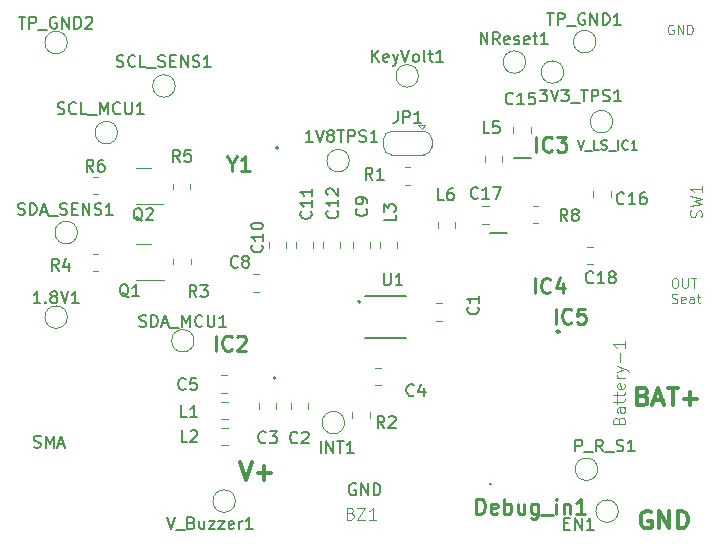
<source format=gbr>
%TF.GenerationSoftware,KiCad,Pcbnew,7.0.1*%
%TF.CreationDate,2023-11-14T13:07:04+01:00*%
%TF.ProjectId,Driver_detector,44726976-6572-45f6-9465-746563746f72,rev?*%
%TF.SameCoordinates,Original*%
%TF.FileFunction,Legend,Top*%
%TF.FilePolarity,Positive*%
%FSLAX46Y46*%
G04 Gerber Fmt 4.6, Leading zero omitted, Abs format (unit mm)*
G04 Created by KiCad (PCBNEW 7.0.1) date 2023-11-14 13:07:04*
%MOMM*%
%LPD*%
G01*
G04 APERTURE LIST*
%ADD10C,0.300000*%
%ADD11C,0.100000*%
%ADD12C,0.150000*%
%ADD13C,0.200000*%
%ADD14C,0.254000*%
%ADD15C,0.120000*%
%ADD16C,0.127000*%
%ADD17C,0.250000*%
G04 APERTURE END LIST*
D10*
X254732142Y-79580714D02*
X254946428Y-79652142D01*
X254946428Y-79652142D02*
X255017857Y-79723571D01*
X255017857Y-79723571D02*
X255089285Y-79866428D01*
X255089285Y-79866428D02*
X255089285Y-80080714D01*
X255089285Y-80080714D02*
X255017857Y-80223571D01*
X255017857Y-80223571D02*
X254946428Y-80295000D01*
X254946428Y-80295000D02*
X254803571Y-80366428D01*
X254803571Y-80366428D02*
X254232142Y-80366428D01*
X254232142Y-80366428D02*
X254232142Y-78866428D01*
X254232142Y-78866428D02*
X254732142Y-78866428D01*
X254732142Y-78866428D02*
X254875000Y-78937857D01*
X254875000Y-78937857D02*
X254946428Y-79009285D01*
X254946428Y-79009285D02*
X255017857Y-79152142D01*
X255017857Y-79152142D02*
X255017857Y-79295000D01*
X255017857Y-79295000D02*
X254946428Y-79437857D01*
X254946428Y-79437857D02*
X254875000Y-79509285D01*
X254875000Y-79509285D02*
X254732142Y-79580714D01*
X254732142Y-79580714D02*
X254232142Y-79580714D01*
X255660714Y-79937857D02*
X256375000Y-79937857D01*
X255517857Y-80366428D02*
X256017857Y-78866428D01*
X256017857Y-78866428D02*
X256517857Y-80366428D01*
X256803571Y-78866428D02*
X257660714Y-78866428D01*
X257232142Y-80366428D02*
X257232142Y-78866428D01*
X258160713Y-79795000D02*
X259303571Y-79795000D01*
X258732142Y-80366428D02*
X258732142Y-79223571D01*
D11*
X257259523Y-48170190D02*
X257183333Y-48132095D01*
X257183333Y-48132095D02*
X257069047Y-48132095D01*
X257069047Y-48132095D02*
X256954761Y-48170190D01*
X256954761Y-48170190D02*
X256878571Y-48246380D01*
X256878571Y-48246380D02*
X256840476Y-48322571D01*
X256840476Y-48322571D02*
X256802380Y-48474952D01*
X256802380Y-48474952D02*
X256802380Y-48589238D01*
X256802380Y-48589238D02*
X256840476Y-48741619D01*
X256840476Y-48741619D02*
X256878571Y-48817809D01*
X256878571Y-48817809D02*
X256954761Y-48894000D01*
X256954761Y-48894000D02*
X257069047Y-48932095D01*
X257069047Y-48932095D02*
X257145238Y-48932095D01*
X257145238Y-48932095D02*
X257259523Y-48894000D01*
X257259523Y-48894000D02*
X257297619Y-48855904D01*
X257297619Y-48855904D02*
X257297619Y-48589238D01*
X257297619Y-48589238D02*
X257145238Y-48589238D01*
X257640476Y-48932095D02*
X257640476Y-48132095D01*
X257640476Y-48132095D02*
X258097619Y-48932095D01*
X258097619Y-48932095D02*
X258097619Y-48132095D01*
X258478571Y-48932095D02*
X258478571Y-48132095D01*
X258478571Y-48132095D02*
X258669047Y-48132095D01*
X258669047Y-48132095D02*
X258783333Y-48170190D01*
X258783333Y-48170190D02*
X258859523Y-48246380D01*
X258859523Y-48246380D02*
X258897618Y-48322571D01*
X258897618Y-48322571D02*
X258935714Y-48474952D01*
X258935714Y-48474952D02*
X258935714Y-48589238D01*
X258935714Y-48589238D02*
X258897618Y-48741619D01*
X258897618Y-48741619D02*
X258859523Y-48817809D01*
X258859523Y-48817809D02*
X258783333Y-48894000D01*
X258783333Y-48894000D02*
X258669047Y-48932095D01*
X258669047Y-48932095D02*
X258478571Y-48932095D01*
D10*
X255367857Y-89362857D02*
X255225000Y-89291428D01*
X255225000Y-89291428D02*
X255010714Y-89291428D01*
X255010714Y-89291428D02*
X254796428Y-89362857D01*
X254796428Y-89362857D02*
X254653571Y-89505714D01*
X254653571Y-89505714D02*
X254582142Y-89648571D01*
X254582142Y-89648571D02*
X254510714Y-89934285D01*
X254510714Y-89934285D02*
X254510714Y-90148571D01*
X254510714Y-90148571D02*
X254582142Y-90434285D01*
X254582142Y-90434285D02*
X254653571Y-90577142D01*
X254653571Y-90577142D02*
X254796428Y-90720000D01*
X254796428Y-90720000D02*
X255010714Y-90791428D01*
X255010714Y-90791428D02*
X255153571Y-90791428D01*
X255153571Y-90791428D02*
X255367857Y-90720000D01*
X255367857Y-90720000D02*
X255439285Y-90648571D01*
X255439285Y-90648571D02*
X255439285Y-90148571D01*
X255439285Y-90148571D02*
X255153571Y-90148571D01*
X256082142Y-90791428D02*
X256082142Y-89291428D01*
X256082142Y-89291428D02*
X256939285Y-90791428D01*
X256939285Y-90791428D02*
X256939285Y-89291428D01*
X257653571Y-90791428D02*
X257653571Y-89291428D01*
X257653571Y-89291428D02*
X258010714Y-89291428D01*
X258010714Y-89291428D02*
X258225000Y-89362857D01*
X258225000Y-89362857D02*
X258367857Y-89505714D01*
X258367857Y-89505714D02*
X258439286Y-89648571D01*
X258439286Y-89648571D02*
X258510714Y-89934285D01*
X258510714Y-89934285D02*
X258510714Y-90148571D01*
X258510714Y-90148571D02*
X258439286Y-90434285D01*
X258439286Y-90434285D02*
X258367857Y-90577142D01*
X258367857Y-90577142D02*
X258225000Y-90720000D01*
X258225000Y-90720000D02*
X258010714Y-90791428D01*
X258010714Y-90791428D02*
X257653571Y-90791428D01*
D11*
X257362857Y-69606095D02*
X257515238Y-69606095D01*
X257515238Y-69606095D02*
X257591428Y-69644190D01*
X257591428Y-69644190D02*
X257667619Y-69720380D01*
X257667619Y-69720380D02*
X257705714Y-69872761D01*
X257705714Y-69872761D02*
X257705714Y-70139428D01*
X257705714Y-70139428D02*
X257667619Y-70291809D01*
X257667619Y-70291809D02*
X257591428Y-70368000D01*
X257591428Y-70368000D02*
X257515238Y-70406095D01*
X257515238Y-70406095D02*
X257362857Y-70406095D01*
X257362857Y-70406095D02*
X257286666Y-70368000D01*
X257286666Y-70368000D02*
X257210476Y-70291809D01*
X257210476Y-70291809D02*
X257172380Y-70139428D01*
X257172380Y-70139428D02*
X257172380Y-69872761D01*
X257172380Y-69872761D02*
X257210476Y-69720380D01*
X257210476Y-69720380D02*
X257286666Y-69644190D01*
X257286666Y-69644190D02*
X257362857Y-69606095D01*
X258048571Y-69606095D02*
X258048571Y-70253714D01*
X258048571Y-70253714D02*
X258086666Y-70329904D01*
X258086666Y-70329904D02*
X258124761Y-70368000D01*
X258124761Y-70368000D02*
X258200952Y-70406095D01*
X258200952Y-70406095D02*
X258353333Y-70406095D01*
X258353333Y-70406095D02*
X258429523Y-70368000D01*
X258429523Y-70368000D02*
X258467618Y-70329904D01*
X258467618Y-70329904D02*
X258505714Y-70253714D01*
X258505714Y-70253714D02*
X258505714Y-69606095D01*
X258772380Y-69606095D02*
X259229523Y-69606095D01*
X259000951Y-70406095D02*
X259000951Y-69606095D01*
X257172380Y-71664000D02*
X257286666Y-71702095D01*
X257286666Y-71702095D02*
X257477142Y-71702095D01*
X257477142Y-71702095D02*
X257553333Y-71664000D01*
X257553333Y-71664000D02*
X257591428Y-71625904D01*
X257591428Y-71625904D02*
X257629523Y-71549714D01*
X257629523Y-71549714D02*
X257629523Y-71473523D01*
X257629523Y-71473523D02*
X257591428Y-71397333D01*
X257591428Y-71397333D02*
X257553333Y-71359238D01*
X257553333Y-71359238D02*
X257477142Y-71321142D01*
X257477142Y-71321142D02*
X257324761Y-71283047D01*
X257324761Y-71283047D02*
X257248571Y-71244952D01*
X257248571Y-71244952D02*
X257210476Y-71206857D01*
X257210476Y-71206857D02*
X257172380Y-71130666D01*
X257172380Y-71130666D02*
X257172380Y-71054476D01*
X257172380Y-71054476D02*
X257210476Y-70978285D01*
X257210476Y-70978285D02*
X257248571Y-70940190D01*
X257248571Y-70940190D02*
X257324761Y-70902095D01*
X257324761Y-70902095D02*
X257515238Y-70902095D01*
X257515238Y-70902095D02*
X257629523Y-70940190D01*
X258277143Y-71664000D02*
X258200952Y-71702095D01*
X258200952Y-71702095D02*
X258048571Y-71702095D01*
X258048571Y-71702095D02*
X257972381Y-71664000D01*
X257972381Y-71664000D02*
X257934285Y-71587809D01*
X257934285Y-71587809D02*
X257934285Y-71283047D01*
X257934285Y-71283047D02*
X257972381Y-71206857D01*
X257972381Y-71206857D02*
X258048571Y-71168761D01*
X258048571Y-71168761D02*
X258200952Y-71168761D01*
X258200952Y-71168761D02*
X258277143Y-71206857D01*
X258277143Y-71206857D02*
X258315238Y-71283047D01*
X258315238Y-71283047D02*
X258315238Y-71359238D01*
X258315238Y-71359238D02*
X257934285Y-71435428D01*
X259000952Y-71702095D02*
X259000952Y-71283047D01*
X259000952Y-71283047D02*
X258962857Y-71206857D01*
X258962857Y-71206857D02*
X258886666Y-71168761D01*
X258886666Y-71168761D02*
X258734285Y-71168761D01*
X258734285Y-71168761D02*
X258658095Y-71206857D01*
X259000952Y-71664000D02*
X258924761Y-71702095D01*
X258924761Y-71702095D02*
X258734285Y-71702095D01*
X258734285Y-71702095D02*
X258658095Y-71664000D01*
X258658095Y-71664000D02*
X258619999Y-71587809D01*
X258619999Y-71587809D02*
X258619999Y-71511619D01*
X258619999Y-71511619D02*
X258658095Y-71435428D01*
X258658095Y-71435428D02*
X258734285Y-71397333D01*
X258734285Y-71397333D02*
X258924761Y-71397333D01*
X258924761Y-71397333D02*
X259000952Y-71359238D01*
X259267619Y-71168761D02*
X259572381Y-71168761D01*
X259381905Y-70902095D02*
X259381905Y-71587809D01*
X259381905Y-71587809D02*
X259420000Y-71664000D01*
X259420000Y-71664000D02*
X259496190Y-71702095D01*
X259496190Y-71702095D02*
X259572381Y-71702095D01*
D12*
X203136476Y-83904000D02*
X203279333Y-83951619D01*
X203279333Y-83951619D02*
X203517428Y-83951619D01*
X203517428Y-83951619D02*
X203612666Y-83904000D01*
X203612666Y-83904000D02*
X203660285Y-83856380D01*
X203660285Y-83856380D02*
X203707904Y-83761142D01*
X203707904Y-83761142D02*
X203707904Y-83665904D01*
X203707904Y-83665904D02*
X203660285Y-83570666D01*
X203660285Y-83570666D02*
X203612666Y-83523047D01*
X203612666Y-83523047D02*
X203517428Y-83475428D01*
X203517428Y-83475428D02*
X203326952Y-83427809D01*
X203326952Y-83427809D02*
X203231714Y-83380190D01*
X203231714Y-83380190D02*
X203184095Y-83332571D01*
X203184095Y-83332571D02*
X203136476Y-83237333D01*
X203136476Y-83237333D02*
X203136476Y-83142095D01*
X203136476Y-83142095D02*
X203184095Y-83046857D01*
X203184095Y-83046857D02*
X203231714Y-82999238D01*
X203231714Y-82999238D02*
X203326952Y-82951619D01*
X203326952Y-82951619D02*
X203565047Y-82951619D01*
X203565047Y-82951619D02*
X203707904Y-82999238D01*
X204136476Y-83951619D02*
X204136476Y-82951619D01*
X204136476Y-82951619D02*
X204469809Y-83665904D01*
X204469809Y-83665904D02*
X204803142Y-82951619D01*
X204803142Y-82951619D02*
X204803142Y-83951619D01*
X205231714Y-83665904D02*
X205707904Y-83665904D01*
X205136476Y-83951619D02*
X205469809Y-82951619D01*
X205469809Y-82951619D02*
X205803142Y-83951619D01*
D13*
X230386904Y-87025238D02*
X230291666Y-86977619D01*
X230291666Y-86977619D02*
X230148809Y-86977619D01*
X230148809Y-86977619D02*
X230005952Y-87025238D01*
X230005952Y-87025238D02*
X229910714Y-87120476D01*
X229910714Y-87120476D02*
X229863095Y-87215714D01*
X229863095Y-87215714D02*
X229815476Y-87406190D01*
X229815476Y-87406190D02*
X229815476Y-87549047D01*
X229815476Y-87549047D02*
X229863095Y-87739523D01*
X229863095Y-87739523D02*
X229910714Y-87834761D01*
X229910714Y-87834761D02*
X230005952Y-87930000D01*
X230005952Y-87930000D02*
X230148809Y-87977619D01*
X230148809Y-87977619D02*
X230244047Y-87977619D01*
X230244047Y-87977619D02*
X230386904Y-87930000D01*
X230386904Y-87930000D02*
X230434523Y-87882380D01*
X230434523Y-87882380D02*
X230434523Y-87549047D01*
X230434523Y-87549047D02*
X230244047Y-87549047D01*
X230863095Y-87977619D02*
X230863095Y-86977619D01*
X230863095Y-86977619D02*
X231434523Y-87977619D01*
X231434523Y-87977619D02*
X231434523Y-86977619D01*
X231910714Y-87977619D02*
X231910714Y-86977619D01*
X231910714Y-86977619D02*
X232148809Y-86977619D01*
X232148809Y-86977619D02*
X232291666Y-87025238D01*
X232291666Y-87025238D02*
X232386904Y-87120476D01*
X232386904Y-87120476D02*
X232434523Y-87215714D01*
X232434523Y-87215714D02*
X232482142Y-87406190D01*
X232482142Y-87406190D02*
X232482142Y-87549047D01*
X232482142Y-87549047D02*
X232434523Y-87739523D01*
X232434523Y-87739523D02*
X232386904Y-87834761D01*
X232386904Y-87834761D02*
X232291666Y-87930000D01*
X232291666Y-87930000D02*
X232148809Y-87977619D01*
X232148809Y-87977619D02*
X231910714Y-87977619D01*
D10*
X220592857Y-85166428D02*
X221092857Y-86666428D01*
X221092857Y-86666428D02*
X221592857Y-85166428D01*
X222092856Y-86095000D02*
X223235714Y-86095000D01*
X222664285Y-86666428D02*
X222664285Y-85523571D01*
D12*
%TO.C,C5*%
X215983333Y-78967380D02*
X215935714Y-79015000D01*
X215935714Y-79015000D02*
X215792857Y-79062619D01*
X215792857Y-79062619D02*
X215697619Y-79062619D01*
X215697619Y-79062619D02*
X215554762Y-79015000D01*
X215554762Y-79015000D02*
X215459524Y-78919761D01*
X215459524Y-78919761D02*
X215411905Y-78824523D01*
X215411905Y-78824523D02*
X215364286Y-78634047D01*
X215364286Y-78634047D02*
X215364286Y-78491190D01*
X215364286Y-78491190D02*
X215411905Y-78300714D01*
X215411905Y-78300714D02*
X215459524Y-78205476D01*
X215459524Y-78205476D02*
X215554762Y-78110238D01*
X215554762Y-78110238D02*
X215697619Y-78062619D01*
X215697619Y-78062619D02*
X215792857Y-78062619D01*
X215792857Y-78062619D02*
X215935714Y-78110238D01*
X215935714Y-78110238D02*
X215983333Y-78157857D01*
X216888095Y-78062619D02*
X216411905Y-78062619D01*
X216411905Y-78062619D02*
X216364286Y-78538809D01*
X216364286Y-78538809D02*
X216411905Y-78491190D01*
X216411905Y-78491190D02*
X216507143Y-78443571D01*
X216507143Y-78443571D02*
X216745238Y-78443571D01*
X216745238Y-78443571D02*
X216840476Y-78491190D01*
X216840476Y-78491190D02*
X216888095Y-78538809D01*
X216888095Y-78538809D02*
X216935714Y-78634047D01*
X216935714Y-78634047D02*
X216935714Y-78872142D01*
X216935714Y-78872142D02*
X216888095Y-78967380D01*
X216888095Y-78967380D02*
X216840476Y-79015000D01*
X216840476Y-79015000D02*
X216745238Y-79062619D01*
X216745238Y-79062619D02*
X216507143Y-79062619D01*
X216507143Y-79062619D02*
X216411905Y-79015000D01*
X216411905Y-79015000D02*
X216364286Y-78967380D01*
%TO.C,SDA_SENS1*%
X201800000Y-64205000D02*
X201942857Y-64252619D01*
X201942857Y-64252619D02*
X202180952Y-64252619D01*
X202180952Y-64252619D02*
X202276190Y-64205000D01*
X202276190Y-64205000D02*
X202323809Y-64157380D01*
X202323809Y-64157380D02*
X202371428Y-64062142D01*
X202371428Y-64062142D02*
X202371428Y-63966904D01*
X202371428Y-63966904D02*
X202323809Y-63871666D01*
X202323809Y-63871666D02*
X202276190Y-63824047D01*
X202276190Y-63824047D02*
X202180952Y-63776428D01*
X202180952Y-63776428D02*
X201990476Y-63728809D01*
X201990476Y-63728809D02*
X201895238Y-63681190D01*
X201895238Y-63681190D02*
X201847619Y-63633571D01*
X201847619Y-63633571D02*
X201800000Y-63538333D01*
X201800000Y-63538333D02*
X201800000Y-63443095D01*
X201800000Y-63443095D02*
X201847619Y-63347857D01*
X201847619Y-63347857D02*
X201895238Y-63300238D01*
X201895238Y-63300238D02*
X201990476Y-63252619D01*
X201990476Y-63252619D02*
X202228571Y-63252619D01*
X202228571Y-63252619D02*
X202371428Y-63300238D01*
X202800000Y-64252619D02*
X202800000Y-63252619D01*
X202800000Y-63252619D02*
X203038095Y-63252619D01*
X203038095Y-63252619D02*
X203180952Y-63300238D01*
X203180952Y-63300238D02*
X203276190Y-63395476D01*
X203276190Y-63395476D02*
X203323809Y-63490714D01*
X203323809Y-63490714D02*
X203371428Y-63681190D01*
X203371428Y-63681190D02*
X203371428Y-63824047D01*
X203371428Y-63824047D02*
X203323809Y-64014523D01*
X203323809Y-64014523D02*
X203276190Y-64109761D01*
X203276190Y-64109761D02*
X203180952Y-64205000D01*
X203180952Y-64205000D02*
X203038095Y-64252619D01*
X203038095Y-64252619D02*
X202800000Y-64252619D01*
X203752381Y-63966904D02*
X204228571Y-63966904D01*
X203657143Y-64252619D02*
X203990476Y-63252619D01*
X203990476Y-63252619D02*
X204323809Y-64252619D01*
X204419048Y-64347857D02*
X205180952Y-64347857D01*
X205371429Y-64205000D02*
X205514286Y-64252619D01*
X205514286Y-64252619D02*
X205752381Y-64252619D01*
X205752381Y-64252619D02*
X205847619Y-64205000D01*
X205847619Y-64205000D02*
X205895238Y-64157380D01*
X205895238Y-64157380D02*
X205942857Y-64062142D01*
X205942857Y-64062142D02*
X205942857Y-63966904D01*
X205942857Y-63966904D02*
X205895238Y-63871666D01*
X205895238Y-63871666D02*
X205847619Y-63824047D01*
X205847619Y-63824047D02*
X205752381Y-63776428D01*
X205752381Y-63776428D02*
X205561905Y-63728809D01*
X205561905Y-63728809D02*
X205466667Y-63681190D01*
X205466667Y-63681190D02*
X205419048Y-63633571D01*
X205419048Y-63633571D02*
X205371429Y-63538333D01*
X205371429Y-63538333D02*
X205371429Y-63443095D01*
X205371429Y-63443095D02*
X205419048Y-63347857D01*
X205419048Y-63347857D02*
X205466667Y-63300238D01*
X205466667Y-63300238D02*
X205561905Y-63252619D01*
X205561905Y-63252619D02*
X205800000Y-63252619D01*
X205800000Y-63252619D02*
X205942857Y-63300238D01*
X206371429Y-63728809D02*
X206704762Y-63728809D01*
X206847619Y-64252619D02*
X206371429Y-64252619D01*
X206371429Y-64252619D02*
X206371429Y-63252619D01*
X206371429Y-63252619D02*
X206847619Y-63252619D01*
X207276191Y-64252619D02*
X207276191Y-63252619D01*
X207276191Y-63252619D02*
X207847619Y-64252619D01*
X207847619Y-64252619D02*
X207847619Y-63252619D01*
X208276191Y-64205000D02*
X208419048Y-64252619D01*
X208419048Y-64252619D02*
X208657143Y-64252619D01*
X208657143Y-64252619D02*
X208752381Y-64205000D01*
X208752381Y-64205000D02*
X208800000Y-64157380D01*
X208800000Y-64157380D02*
X208847619Y-64062142D01*
X208847619Y-64062142D02*
X208847619Y-63966904D01*
X208847619Y-63966904D02*
X208800000Y-63871666D01*
X208800000Y-63871666D02*
X208752381Y-63824047D01*
X208752381Y-63824047D02*
X208657143Y-63776428D01*
X208657143Y-63776428D02*
X208466667Y-63728809D01*
X208466667Y-63728809D02*
X208371429Y-63681190D01*
X208371429Y-63681190D02*
X208323810Y-63633571D01*
X208323810Y-63633571D02*
X208276191Y-63538333D01*
X208276191Y-63538333D02*
X208276191Y-63443095D01*
X208276191Y-63443095D02*
X208323810Y-63347857D01*
X208323810Y-63347857D02*
X208371429Y-63300238D01*
X208371429Y-63300238D02*
X208466667Y-63252619D01*
X208466667Y-63252619D02*
X208704762Y-63252619D01*
X208704762Y-63252619D02*
X208847619Y-63300238D01*
X209800000Y-64252619D02*
X209228572Y-64252619D01*
X209514286Y-64252619D02*
X209514286Y-63252619D01*
X209514286Y-63252619D02*
X209419048Y-63395476D01*
X209419048Y-63395476D02*
X209323810Y-63490714D01*
X209323810Y-63490714D02*
X209228572Y-63538333D01*
%TO.C,R1*%
X231808333Y-61262619D02*
X231475000Y-60786428D01*
X231236905Y-61262619D02*
X231236905Y-60262619D01*
X231236905Y-60262619D02*
X231617857Y-60262619D01*
X231617857Y-60262619D02*
X231713095Y-60310238D01*
X231713095Y-60310238D02*
X231760714Y-60357857D01*
X231760714Y-60357857D02*
X231808333Y-60453095D01*
X231808333Y-60453095D02*
X231808333Y-60595952D01*
X231808333Y-60595952D02*
X231760714Y-60691190D01*
X231760714Y-60691190D02*
X231713095Y-60738809D01*
X231713095Y-60738809D02*
X231617857Y-60786428D01*
X231617857Y-60786428D02*
X231236905Y-60786428D01*
X232760714Y-61262619D02*
X232189286Y-61262619D01*
X232475000Y-61262619D02*
X232475000Y-60262619D01*
X232475000Y-60262619D02*
X232379762Y-60405476D01*
X232379762Y-60405476D02*
X232284524Y-60500714D01*
X232284524Y-60500714D02*
X232189286Y-60548333D01*
%TO.C,SDA_MCU1*%
X212083333Y-73667000D02*
X212226190Y-73714619D01*
X212226190Y-73714619D02*
X212464285Y-73714619D01*
X212464285Y-73714619D02*
X212559523Y-73667000D01*
X212559523Y-73667000D02*
X212607142Y-73619380D01*
X212607142Y-73619380D02*
X212654761Y-73524142D01*
X212654761Y-73524142D02*
X212654761Y-73428904D01*
X212654761Y-73428904D02*
X212607142Y-73333666D01*
X212607142Y-73333666D02*
X212559523Y-73286047D01*
X212559523Y-73286047D02*
X212464285Y-73238428D01*
X212464285Y-73238428D02*
X212273809Y-73190809D01*
X212273809Y-73190809D02*
X212178571Y-73143190D01*
X212178571Y-73143190D02*
X212130952Y-73095571D01*
X212130952Y-73095571D02*
X212083333Y-73000333D01*
X212083333Y-73000333D02*
X212083333Y-72905095D01*
X212083333Y-72905095D02*
X212130952Y-72809857D01*
X212130952Y-72809857D02*
X212178571Y-72762238D01*
X212178571Y-72762238D02*
X212273809Y-72714619D01*
X212273809Y-72714619D02*
X212511904Y-72714619D01*
X212511904Y-72714619D02*
X212654761Y-72762238D01*
X213083333Y-73714619D02*
X213083333Y-72714619D01*
X213083333Y-72714619D02*
X213321428Y-72714619D01*
X213321428Y-72714619D02*
X213464285Y-72762238D01*
X213464285Y-72762238D02*
X213559523Y-72857476D01*
X213559523Y-72857476D02*
X213607142Y-72952714D01*
X213607142Y-72952714D02*
X213654761Y-73143190D01*
X213654761Y-73143190D02*
X213654761Y-73286047D01*
X213654761Y-73286047D02*
X213607142Y-73476523D01*
X213607142Y-73476523D02*
X213559523Y-73571761D01*
X213559523Y-73571761D02*
X213464285Y-73667000D01*
X213464285Y-73667000D02*
X213321428Y-73714619D01*
X213321428Y-73714619D02*
X213083333Y-73714619D01*
X214035714Y-73428904D02*
X214511904Y-73428904D01*
X213940476Y-73714619D02*
X214273809Y-72714619D01*
X214273809Y-72714619D02*
X214607142Y-73714619D01*
X214702381Y-73809857D02*
X215464285Y-73809857D01*
X215702381Y-73714619D02*
X215702381Y-72714619D01*
X215702381Y-72714619D02*
X216035714Y-73428904D01*
X216035714Y-73428904D02*
X216369047Y-72714619D01*
X216369047Y-72714619D02*
X216369047Y-73714619D01*
X217416666Y-73619380D02*
X217369047Y-73667000D01*
X217369047Y-73667000D02*
X217226190Y-73714619D01*
X217226190Y-73714619D02*
X217130952Y-73714619D01*
X217130952Y-73714619D02*
X216988095Y-73667000D01*
X216988095Y-73667000D02*
X216892857Y-73571761D01*
X216892857Y-73571761D02*
X216845238Y-73476523D01*
X216845238Y-73476523D02*
X216797619Y-73286047D01*
X216797619Y-73286047D02*
X216797619Y-73143190D01*
X216797619Y-73143190D02*
X216845238Y-72952714D01*
X216845238Y-72952714D02*
X216892857Y-72857476D01*
X216892857Y-72857476D02*
X216988095Y-72762238D01*
X216988095Y-72762238D02*
X217130952Y-72714619D01*
X217130952Y-72714619D02*
X217226190Y-72714619D01*
X217226190Y-72714619D02*
X217369047Y-72762238D01*
X217369047Y-72762238D02*
X217416666Y-72809857D01*
X217845238Y-72714619D02*
X217845238Y-73524142D01*
X217845238Y-73524142D02*
X217892857Y-73619380D01*
X217892857Y-73619380D02*
X217940476Y-73667000D01*
X217940476Y-73667000D02*
X218035714Y-73714619D01*
X218035714Y-73714619D02*
X218226190Y-73714619D01*
X218226190Y-73714619D02*
X218321428Y-73667000D01*
X218321428Y-73667000D02*
X218369047Y-73619380D01*
X218369047Y-73619380D02*
X218416666Y-73524142D01*
X218416666Y-73524142D02*
X218416666Y-72714619D01*
X219416666Y-73714619D02*
X218845238Y-73714619D01*
X219130952Y-73714619D02*
X219130952Y-72714619D01*
X219130952Y-72714619D02*
X219035714Y-72857476D01*
X219035714Y-72857476D02*
X218940476Y-72952714D01*
X218940476Y-72952714D02*
X218845238Y-73000333D01*
%TO.C,U1*%
X232769595Y-69185619D02*
X232769595Y-69995142D01*
X232769595Y-69995142D02*
X232817214Y-70090380D01*
X232817214Y-70090380D02*
X232864833Y-70138000D01*
X232864833Y-70138000D02*
X232960071Y-70185619D01*
X232960071Y-70185619D02*
X233150547Y-70185619D01*
X233150547Y-70185619D02*
X233245785Y-70138000D01*
X233245785Y-70138000D02*
X233293404Y-70090380D01*
X233293404Y-70090380D02*
X233341023Y-69995142D01*
X233341023Y-69995142D02*
X233341023Y-69185619D01*
X234341023Y-70185619D02*
X233769595Y-70185619D01*
X234055309Y-70185619D02*
X234055309Y-69185619D01*
X234055309Y-69185619D02*
X233960071Y-69328476D01*
X233960071Y-69328476D02*
X233864833Y-69423714D01*
X233864833Y-69423714D02*
X233769595Y-69471333D01*
%TO.C,JP1*%
X233936666Y-55452619D02*
X233936666Y-56166904D01*
X233936666Y-56166904D02*
X233889047Y-56309761D01*
X233889047Y-56309761D02*
X233793809Y-56405000D01*
X233793809Y-56405000D02*
X233650952Y-56452619D01*
X233650952Y-56452619D02*
X233555714Y-56452619D01*
X234412857Y-56452619D02*
X234412857Y-55452619D01*
X234412857Y-55452619D02*
X234793809Y-55452619D01*
X234793809Y-55452619D02*
X234889047Y-55500238D01*
X234889047Y-55500238D02*
X234936666Y-55547857D01*
X234936666Y-55547857D02*
X234984285Y-55643095D01*
X234984285Y-55643095D02*
X234984285Y-55785952D01*
X234984285Y-55785952D02*
X234936666Y-55881190D01*
X234936666Y-55881190D02*
X234889047Y-55928809D01*
X234889047Y-55928809D02*
X234793809Y-55976428D01*
X234793809Y-55976428D02*
X234412857Y-55976428D01*
X235936666Y-56452619D02*
X235365238Y-56452619D01*
X235650952Y-56452619D02*
X235650952Y-55452619D01*
X235650952Y-55452619D02*
X235555714Y-55595476D01*
X235555714Y-55595476D02*
X235460476Y-55690714D01*
X235460476Y-55690714D02*
X235365238Y-55738333D01*
%TO.C,L3*%
X233762619Y-64216666D02*
X233762619Y-64692856D01*
X233762619Y-64692856D02*
X232762619Y-64692856D01*
X232762619Y-63978570D02*
X232762619Y-63359523D01*
X232762619Y-63359523D02*
X233143571Y-63692856D01*
X233143571Y-63692856D02*
X233143571Y-63549999D01*
X233143571Y-63549999D02*
X233191190Y-63454761D01*
X233191190Y-63454761D02*
X233238809Y-63407142D01*
X233238809Y-63407142D02*
X233334047Y-63359523D01*
X233334047Y-63359523D02*
X233572142Y-63359523D01*
X233572142Y-63359523D02*
X233667380Y-63407142D01*
X233667380Y-63407142D02*
X233715000Y-63454761D01*
X233715000Y-63454761D02*
X233762619Y-63549999D01*
X233762619Y-63549999D02*
X233762619Y-63835713D01*
X233762619Y-63835713D02*
X233715000Y-63930951D01*
X233715000Y-63930951D02*
X233667380Y-63978570D01*
%TO.C,1V8TPS1*%
X226747618Y-58062619D02*
X226176190Y-58062619D01*
X226461904Y-58062619D02*
X226461904Y-57062619D01*
X226461904Y-57062619D02*
X226366666Y-57205476D01*
X226366666Y-57205476D02*
X226271428Y-57300714D01*
X226271428Y-57300714D02*
X226176190Y-57348333D01*
X227033333Y-57062619D02*
X227366666Y-58062619D01*
X227366666Y-58062619D02*
X227699999Y-57062619D01*
X228176190Y-57491190D02*
X228080952Y-57443571D01*
X228080952Y-57443571D02*
X228033333Y-57395952D01*
X228033333Y-57395952D02*
X227985714Y-57300714D01*
X227985714Y-57300714D02*
X227985714Y-57253095D01*
X227985714Y-57253095D02*
X228033333Y-57157857D01*
X228033333Y-57157857D02*
X228080952Y-57110238D01*
X228080952Y-57110238D02*
X228176190Y-57062619D01*
X228176190Y-57062619D02*
X228366666Y-57062619D01*
X228366666Y-57062619D02*
X228461904Y-57110238D01*
X228461904Y-57110238D02*
X228509523Y-57157857D01*
X228509523Y-57157857D02*
X228557142Y-57253095D01*
X228557142Y-57253095D02*
X228557142Y-57300714D01*
X228557142Y-57300714D02*
X228509523Y-57395952D01*
X228509523Y-57395952D02*
X228461904Y-57443571D01*
X228461904Y-57443571D02*
X228366666Y-57491190D01*
X228366666Y-57491190D02*
X228176190Y-57491190D01*
X228176190Y-57491190D02*
X228080952Y-57538809D01*
X228080952Y-57538809D02*
X228033333Y-57586428D01*
X228033333Y-57586428D02*
X227985714Y-57681666D01*
X227985714Y-57681666D02*
X227985714Y-57872142D01*
X227985714Y-57872142D02*
X228033333Y-57967380D01*
X228033333Y-57967380D02*
X228080952Y-58015000D01*
X228080952Y-58015000D02*
X228176190Y-58062619D01*
X228176190Y-58062619D02*
X228366666Y-58062619D01*
X228366666Y-58062619D02*
X228461904Y-58015000D01*
X228461904Y-58015000D02*
X228509523Y-57967380D01*
X228509523Y-57967380D02*
X228557142Y-57872142D01*
X228557142Y-57872142D02*
X228557142Y-57681666D01*
X228557142Y-57681666D02*
X228509523Y-57586428D01*
X228509523Y-57586428D02*
X228461904Y-57538809D01*
X228461904Y-57538809D02*
X228366666Y-57491190D01*
X228842857Y-57062619D02*
X229414285Y-57062619D01*
X229128571Y-58062619D02*
X229128571Y-57062619D01*
X229747619Y-58062619D02*
X229747619Y-57062619D01*
X229747619Y-57062619D02*
X230128571Y-57062619D01*
X230128571Y-57062619D02*
X230223809Y-57110238D01*
X230223809Y-57110238D02*
X230271428Y-57157857D01*
X230271428Y-57157857D02*
X230319047Y-57253095D01*
X230319047Y-57253095D02*
X230319047Y-57395952D01*
X230319047Y-57395952D02*
X230271428Y-57491190D01*
X230271428Y-57491190D02*
X230223809Y-57538809D01*
X230223809Y-57538809D02*
X230128571Y-57586428D01*
X230128571Y-57586428D02*
X229747619Y-57586428D01*
X230700000Y-58015000D02*
X230842857Y-58062619D01*
X230842857Y-58062619D02*
X231080952Y-58062619D01*
X231080952Y-58062619D02*
X231176190Y-58015000D01*
X231176190Y-58015000D02*
X231223809Y-57967380D01*
X231223809Y-57967380D02*
X231271428Y-57872142D01*
X231271428Y-57872142D02*
X231271428Y-57776904D01*
X231271428Y-57776904D02*
X231223809Y-57681666D01*
X231223809Y-57681666D02*
X231176190Y-57634047D01*
X231176190Y-57634047D02*
X231080952Y-57586428D01*
X231080952Y-57586428D02*
X230890476Y-57538809D01*
X230890476Y-57538809D02*
X230795238Y-57491190D01*
X230795238Y-57491190D02*
X230747619Y-57443571D01*
X230747619Y-57443571D02*
X230700000Y-57348333D01*
X230700000Y-57348333D02*
X230700000Y-57253095D01*
X230700000Y-57253095D02*
X230747619Y-57157857D01*
X230747619Y-57157857D02*
X230795238Y-57110238D01*
X230795238Y-57110238D02*
X230890476Y-57062619D01*
X230890476Y-57062619D02*
X231128571Y-57062619D01*
X231128571Y-57062619D02*
X231271428Y-57110238D01*
X232223809Y-58062619D02*
X231652381Y-58062619D01*
X231938095Y-58062619D02*
X231938095Y-57062619D01*
X231938095Y-57062619D02*
X231842857Y-57205476D01*
X231842857Y-57205476D02*
X231747619Y-57300714D01*
X231747619Y-57300714D02*
X231652381Y-57348333D01*
%TO.C,C10*%
X222442380Y-66792857D02*
X222490000Y-66840476D01*
X222490000Y-66840476D02*
X222537619Y-66983333D01*
X222537619Y-66983333D02*
X222537619Y-67078571D01*
X222537619Y-67078571D02*
X222490000Y-67221428D01*
X222490000Y-67221428D02*
X222394761Y-67316666D01*
X222394761Y-67316666D02*
X222299523Y-67364285D01*
X222299523Y-67364285D02*
X222109047Y-67411904D01*
X222109047Y-67411904D02*
X221966190Y-67411904D01*
X221966190Y-67411904D02*
X221775714Y-67364285D01*
X221775714Y-67364285D02*
X221680476Y-67316666D01*
X221680476Y-67316666D02*
X221585238Y-67221428D01*
X221585238Y-67221428D02*
X221537619Y-67078571D01*
X221537619Y-67078571D02*
X221537619Y-66983333D01*
X221537619Y-66983333D02*
X221585238Y-66840476D01*
X221585238Y-66840476D02*
X221632857Y-66792857D01*
X222537619Y-65840476D02*
X222537619Y-66411904D01*
X222537619Y-66126190D02*
X221537619Y-66126190D01*
X221537619Y-66126190D02*
X221680476Y-66221428D01*
X221680476Y-66221428D02*
X221775714Y-66316666D01*
X221775714Y-66316666D02*
X221823333Y-66411904D01*
X221537619Y-65221428D02*
X221537619Y-65126190D01*
X221537619Y-65126190D02*
X221585238Y-65030952D01*
X221585238Y-65030952D02*
X221632857Y-64983333D01*
X221632857Y-64983333D02*
X221728095Y-64935714D01*
X221728095Y-64935714D02*
X221918571Y-64888095D01*
X221918571Y-64888095D02*
X222156666Y-64888095D01*
X222156666Y-64888095D02*
X222347142Y-64935714D01*
X222347142Y-64935714D02*
X222442380Y-64983333D01*
X222442380Y-64983333D02*
X222490000Y-65030952D01*
X222490000Y-65030952D02*
X222537619Y-65126190D01*
X222537619Y-65126190D02*
X222537619Y-65221428D01*
X222537619Y-65221428D02*
X222490000Y-65316666D01*
X222490000Y-65316666D02*
X222442380Y-65364285D01*
X222442380Y-65364285D02*
X222347142Y-65411904D01*
X222347142Y-65411904D02*
X222156666Y-65459523D01*
X222156666Y-65459523D02*
X221918571Y-65459523D01*
X221918571Y-65459523D02*
X221728095Y-65411904D01*
X221728095Y-65411904D02*
X221632857Y-65364285D01*
X221632857Y-65364285D02*
X221585238Y-65316666D01*
X221585238Y-65316666D02*
X221537619Y-65221428D01*
%TO.C,SCL_SENS1*%
X210153809Y-51675000D02*
X210296666Y-51722619D01*
X210296666Y-51722619D02*
X210534761Y-51722619D01*
X210534761Y-51722619D02*
X210629999Y-51675000D01*
X210629999Y-51675000D02*
X210677618Y-51627380D01*
X210677618Y-51627380D02*
X210725237Y-51532142D01*
X210725237Y-51532142D02*
X210725237Y-51436904D01*
X210725237Y-51436904D02*
X210677618Y-51341666D01*
X210677618Y-51341666D02*
X210629999Y-51294047D01*
X210629999Y-51294047D02*
X210534761Y-51246428D01*
X210534761Y-51246428D02*
X210344285Y-51198809D01*
X210344285Y-51198809D02*
X210249047Y-51151190D01*
X210249047Y-51151190D02*
X210201428Y-51103571D01*
X210201428Y-51103571D02*
X210153809Y-51008333D01*
X210153809Y-51008333D02*
X210153809Y-50913095D01*
X210153809Y-50913095D02*
X210201428Y-50817857D01*
X210201428Y-50817857D02*
X210249047Y-50770238D01*
X210249047Y-50770238D02*
X210344285Y-50722619D01*
X210344285Y-50722619D02*
X210582380Y-50722619D01*
X210582380Y-50722619D02*
X210725237Y-50770238D01*
X211725237Y-51627380D02*
X211677618Y-51675000D01*
X211677618Y-51675000D02*
X211534761Y-51722619D01*
X211534761Y-51722619D02*
X211439523Y-51722619D01*
X211439523Y-51722619D02*
X211296666Y-51675000D01*
X211296666Y-51675000D02*
X211201428Y-51579761D01*
X211201428Y-51579761D02*
X211153809Y-51484523D01*
X211153809Y-51484523D02*
X211106190Y-51294047D01*
X211106190Y-51294047D02*
X211106190Y-51151190D01*
X211106190Y-51151190D02*
X211153809Y-50960714D01*
X211153809Y-50960714D02*
X211201428Y-50865476D01*
X211201428Y-50865476D02*
X211296666Y-50770238D01*
X211296666Y-50770238D02*
X211439523Y-50722619D01*
X211439523Y-50722619D02*
X211534761Y-50722619D01*
X211534761Y-50722619D02*
X211677618Y-50770238D01*
X211677618Y-50770238D02*
X211725237Y-50817857D01*
X212629999Y-51722619D02*
X212153809Y-51722619D01*
X212153809Y-51722619D02*
X212153809Y-50722619D01*
X212725238Y-51817857D02*
X213487142Y-51817857D01*
X213677619Y-51675000D02*
X213820476Y-51722619D01*
X213820476Y-51722619D02*
X214058571Y-51722619D01*
X214058571Y-51722619D02*
X214153809Y-51675000D01*
X214153809Y-51675000D02*
X214201428Y-51627380D01*
X214201428Y-51627380D02*
X214249047Y-51532142D01*
X214249047Y-51532142D02*
X214249047Y-51436904D01*
X214249047Y-51436904D02*
X214201428Y-51341666D01*
X214201428Y-51341666D02*
X214153809Y-51294047D01*
X214153809Y-51294047D02*
X214058571Y-51246428D01*
X214058571Y-51246428D02*
X213868095Y-51198809D01*
X213868095Y-51198809D02*
X213772857Y-51151190D01*
X213772857Y-51151190D02*
X213725238Y-51103571D01*
X213725238Y-51103571D02*
X213677619Y-51008333D01*
X213677619Y-51008333D02*
X213677619Y-50913095D01*
X213677619Y-50913095D02*
X213725238Y-50817857D01*
X213725238Y-50817857D02*
X213772857Y-50770238D01*
X213772857Y-50770238D02*
X213868095Y-50722619D01*
X213868095Y-50722619D02*
X214106190Y-50722619D01*
X214106190Y-50722619D02*
X214249047Y-50770238D01*
X214677619Y-51198809D02*
X215010952Y-51198809D01*
X215153809Y-51722619D02*
X214677619Y-51722619D01*
X214677619Y-51722619D02*
X214677619Y-50722619D01*
X214677619Y-50722619D02*
X215153809Y-50722619D01*
X215582381Y-51722619D02*
X215582381Y-50722619D01*
X215582381Y-50722619D02*
X216153809Y-51722619D01*
X216153809Y-51722619D02*
X216153809Y-50722619D01*
X216582381Y-51675000D02*
X216725238Y-51722619D01*
X216725238Y-51722619D02*
X216963333Y-51722619D01*
X216963333Y-51722619D02*
X217058571Y-51675000D01*
X217058571Y-51675000D02*
X217106190Y-51627380D01*
X217106190Y-51627380D02*
X217153809Y-51532142D01*
X217153809Y-51532142D02*
X217153809Y-51436904D01*
X217153809Y-51436904D02*
X217106190Y-51341666D01*
X217106190Y-51341666D02*
X217058571Y-51294047D01*
X217058571Y-51294047D02*
X216963333Y-51246428D01*
X216963333Y-51246428D02*
X216772857Y-51198809D01*
X216772857Y-51198809D02*
X216677619Y-51151190D01*
X216677619Y-51151190D02*
X216630000Y-51103571D01*
X216630000Y-51103571D02*
X216582381Y-51008333D01*
X216582381Y-51008333D02*
X216582381Y-50913095D01*
X216582381Y-50913095D02*
X216630000Y-50817857D01*
X216630000Y-50817857D02*
X216677619Y-50770238D01*
X216677619Y-50770238D02*
X216772857Y-50722619D01*
X216772857Y-50722619D02*
X217010952Y-50722619D01*
X217010952Y-50722619D02*
X217153809Y-50770238D01*
X218106190Y-51722619D02*
X217534762Y-51722619D01*
X217820476Y-51722619D02*
X217820476Y-50722619D01*
X217820476Y-50722619D02*
X217725238Y-50865476D01*
X217725238Y-50865476D02*
X217630000Y-50960714D01*
X217630000Y-50960714D02*
X217534762Y-51008333D01*
%TO.C,TP_GND2*%
X201858333Y-47464619D02*
X202429761Y-47464619D01*
X202144047Y-48464619D02*
X202144047Y-47464619D01*
X202763095Y-48464619D02*
X202763095Y-47464619D01*
X202763095Y-47464619D02*
X203144047Y-47464619D01*
X203144047Y-47464619D02*
X203239285Y-47512238D01*
X203239285Y-47512238D02*
X203286904Y-47559857D01*
X203286904Y-47559857D02*
X203334523Y-47655095D01*
X203334523Y-47655095D02*
X203334523Y-47797952D01*
X203334523Y-47797952D02*
X203286904Y-47893190D01*
X203286904Y-47893190D02*
X203239285Y-47940809D01*
X203239285Y-47940809D02*
X203144047Y-47988428D01*
X203144047Y-47988428D02*
X202763095Y-47988428D01*
X203525000Y-48559857D02*
X204286904Y-48559857D01*
X205048809Y-47512238D02*
X204953571Y-47464619D01*
X204953571Y-47464619D02*
X204810714Y-47464619D01*
X204810714Y-47464619D02*
X204667857Y-47512238D01*
X204667857Y-47512238D02*
X204572619Y-47607476D01*
X204572619Y-47607476D02*
X204525000Y-47702714D01*
X204525000Y-47702714D02*
X204477381Y-47893190D01*
X204477381Y-47893190D02*
X204477381Y-48036047D01*
X204477381Y-48036047D02*
X204525000Y-48226523D01*
X204525000Y-48226523D02*
X204572619Y-48321761D01*
X204572619Y-48321761D02*
X204667857Y-48417000D01*
X204667857Y-48417000D02*
X204810714Y-48464619D01*
X204810714Y-48464619D02*
X204905952Y-48464619D01*
X204905952Y-48464619D02*
X205048809Y-48417000D01*
X205048809Y-48417000D02*
X205096428Y-48369380D01*
X205096428Y-48369380D02*
X205096428Y-48036047D01*
X205096428Y-48036047D02*
X204905952Y-48036047D01*
X205525000Y-48464619D02*
X205525000Y-47464619D01*
X205525000Y-47464619D02*
X206096428Y-48464619D01*
X206096428Y-48464619D02*
X206096428Y-47464619D01*
X206572619Y-48464619D02*
X206572619Y-47464619D01*
X206572619Y-47464619D02*
X206810714Y-47464619D01*
X206810714Y-47464619D02*
X206953571Y-47512238D01*
X206953571Y-47512238D02*
X207048809Y-47607476D01*
X207048809Y-47607476D02*
X207096428Y-47702714D01*
X207096428Y-47702714D02*
X207144047Y-47893190D01*
X207144047Y-47893190D02*
X207144047Y-48036047D01*
X207144047Y-48036047D02*
X207096428Y-48226523D01*
X207096428Y-48226523D02*
X207048809Y-48321761D01*
X207048809Y-48321761D02*
X206953571Y-48417000D01*
X206953571Y-48417000D02*
X206810714Y-48464619D01*
X206810714Y-48464619D02*
X206572619Y-48464619D01*
X207525000Y-47559857D02*
X207572619Y-47512238D01*
X207572619Y-47512238D02*
X207667857Y-47464619D01*
X207667857Y-47464619D02*
X207905952Y-47464619D01*
X207905952Y-47464619D02*
X208001190Y-47512238D01*
X208001190Y-47512238D02*
X208048809Y-47559857D01*
X208048809Y-47559857D02*
X208096428Y-47655095D01*
X208096428Y-47655095D02*
X208096428Y-47750333D01*
X208096428Y-47750333D02*
X208048809Y-47893190D01*
X208048809Y-47893190D02*
X207477381Y-48464619D01*
X207477381Y-48464619D02*
X208096428Y-48464619D01*
D11*
%TO.C,BZ1*%
X229969047Y-89508809D02*
X230111904Y-89556428D01*
X230111904Y-89556428D02*
X230159523Y-89604047D01*
X230159523Y-89604047D02*
X230207142Y-89699285D01*
X230207142Y-89699285D02*
X230207142Y-89842142D01*
X230207142Y-89842142D02*
X230159523Y-89937380D01*
X230159523Y-89937380D02*
X230111904Y-89985000D01*
X230111904Y-89985000D02*
X230016666Y-90032619D01*
X230016666Y-90032619D02*
X229635714Y-90032619D01*
X229635714Y-90032619D02*
X229635714Y-89032619D01*
X229635714Y-89032619D02*
X229969047Y-89032619D01*
X229969047Y-89032619D02*
X230064285Y-89080238D01*
X230064285Y-89080238D02*
X230111904Y-89127857D01*
X230111904Y-89127857D02*
X230159523Y-89223095D01*
X230159523Y-89223095D02*
X230159523Y-89318333D01*
X230159523Y-89318333D02*
X230111904Y-89413571D01*
X230111904Y-89413571D02*
X230064285Y-89461190D01*
X230064285Y-89461190D02*
X229969047Y-89508809D01*
X229969047Y-89508809D02*
X229635714Y-89508809D01*
X230540476Y-89032619D02*
X231207142Y-89032619D01*
X231207142Y-89032619D02*
X230540476Y-90032619D01*
X230540476Y-90032619D02*
X231207142Y-90032619D01*
X232111904Y-90032619D02*
X231540476Y-90032619D01*
X231826190Y-90032619D02*
X231826190Y-89032619D01*
X231826190Y-89032619D02*
X231730952Y-89175476D01*
X231730952Y-89175476D02*
X231635714Y-89270714D01*
X231635714Y-89270714D02*
X231540476Y-89318333D01*
D12*
%TO.C,V_LS_IC1*%
X249177619Y-57930095D02*
X249444286Y-58730095D01*
X249444286Y-58730095D02*
X249710952Y-57930095D01*
X249787143Y-58806285D02*
X250396666Y-58806285D01*
X250968095Y-58730095D02*
X250587143Y-58730095D01*
X250587143Y-58730095D02*
X250587143Y-57930095D01*
X251196666Y-58692000D02*
X251310952Y-58730095D01*
X251310952Y-58730095D02*
X251501428Y-58730095D01*
X251501428Y-58730095D02*
X251577619Y-58692000D01*
X251577619Y-58692000D02*
X251615714Y-58653904D01*
X251615714Y-58653904D02*
X251653809Y-58577714D01*
X251653809Y-58577714D02*
X251653809Y-58501523D01*
X251653809Y-58501523D02*
X251615714Y-58425333D01*
X251615714Y-58425333D02*
X251577619Y-58387238D01*
X251577619Y-58387238D02*
X251501428Y-58349142D01*
X251501428Y-58349142D02*
X251349047Y-58311047D01*
X251349047Y-58311047D02*
X251272857Y-58272952D01*
X251272857Y-58272952D02*
X251234762Y-58234857D01*
X251234762Y-58234857D02*
X251196666Y-58158666D01*
X251196666Y-58158666D02*
X251196666Y-58082476D01*
X251196666Y-58082476D02*
X251234762Y-58006285D01*
X251234762Y-58006285D02*
X251272857Y-57968190D01*
X251272857Y-57968190D02*
X251349047Y-57930095D01*
X251349047Y-57930095D02*
X251539524Y-57930095D01*
X251539524Y-57930095D02*
X251653809Y-57968190D01*
X251806191Y-58806285D02*
X252415714Y-58806285D01*
X252606191Y-58730095D02*
X252606191Y-57930095D01*
X253444286Y-58653904D02*
X253406190Y-58692000D01*
X253406190Y-58692000D02*
X253291905Y-58730095D01*
X253291905Y-58730095D02*
X253215714Y-58730095D01*
X253215714Y-58730095D02*
X253101428Y-58692000D01*
X253101428Y-58692000D02*
X253025238Y-58615809D01*
X253025238Y-58615809D02*
X252987143Y-58539619D01*
X252987143Y-58539619D02*
X252949047Y-58387238D01*
X252949047Y-58387238D02*
X252949047Y-58272952D01*
X252949047Y-58272952D02*
X252987143Y-58120571D01*
X252987143Y-58120571D02*
X253025238Y-58044380D01*
X253025238Y-58044380D02*
X253101428Y-57968190D01*
X253101428Y-57968190D02*
X253215714Y-57930095D01*
X253215714Y-57930095D02*
X253291905Y-57930095D01*
X253291905Y-57930095D02*
X253406190Y-57968190D01*
X253406190Y-57968190D02*
X253444286Y-58006285D01*
X254206190Y-58730095D02*
X253749047Y-58730095D01*
X253977619Y-58730095D02*
X253977619Y-57930095D01*
X253977619Y-57930095D02*
X253901428Y-58044380D01*
X253901428Y-58044380D02*
X253825238Y-58120571D01*
X253825238Y-58120571D02*
X253749047Y-58158666D01*
%TO.C,C3*%
X222758333Y-83467380D02*
X222710714Y-83515000D01*
X222710714Y-83515000D02*
X222567857Y-83562619D01*
X222567857Y-83562619D02*
X222472619Y-83562619D01*
X222472619Y-83562619D02*
X222329762Y-83515000D01*
X222329762Y-83515000D02*
X222234524Y-83419761D01*
X222234524Y-83419761D02*
X222186905Y-83324523D01*
X222186905Y-83324523D02*
X222139286Y-83134047D01*
X222139286Y-83134047D02*
X222139286Y-82991190D01*
X222139286Y-82991190D02*
X222186905Y-82800714D01*
X222186905Y-82800714D02*
X222234524Y-82705476D01*
X222234524Y-82705476D02*
X222329762Y-82610238D01*
X222329762Y-82610238D02*
X222472619Y-82562619D01*
X222472619Y-82562619D02*
X222567857Y-82562619D01*
X222567857Y-82562619D02*
X222710714Y-82610238D01*
X222710714Y-82610238D02*
X222758333Y-82657857D01*
X223091667Y-82562619D02*
X223710714Y-82562619D01*
X223710714Y-82562619D02*
X223377381Y-82943571D01*
X223377381Y-82943571D02*
X223520238Y-82943571D01*
X223520238Y-82943571D02*
X223615476Y-82991190D01*
X223615476Y-82991190D02*
X223663095Y-83038809D01*
X223663095Y-83038809D02*
X223710714Y-83134047D01*
X223710714Y-83134047D02*
X223710714Y-83372142D01*
X223710714Y-83372142D02*
X223663095Y-83467380D01*
X223663095Y-83467380D02*
X223615476Y-83515000D01*
X223615476Y-83515000D02*
X223520238Y-83562619D01*
X223520238Y-83562619D02*
X223234524Y-83562619D01*
X223234524Y-83562619D02*
X223139286Y-83515000D01*
X223139286Y-83515000D02*
X223091667Y-83467380D01*
%TO.C,C18*%
X250487142Y-69937380D02*
X250439523Y-69985000D01*
X250439523Y-69985000D02*
X250296666Y-70032619D01*
X250296666Y-70032619D02*
X250201428Y-70032619D01*
X250201428Y-70032619D02*
X250058571Y-69985000D01*
X250058571Y-69985000D02*
X249963333Y-69889761D01*
X249963333Y-69889761D02*
X249915714Y-69794523D01*
X249915714Y-69794523D02*
X249868095Y-69604047D01*
X249868095Y-69604047D02*
X249868095Y-69461190D01*
X249868095Y-69461190D02*
X249915714Y-69270714D01*
X249915714Y-69270714D02*
X249963333Y-69175476D01*
X249963333Y-69175476D02*
X250058571Y-69080238D01*
X250058571Y-69080238D02*
X250201428Y-69032619D01*
X250201428Y-69032619D02*
X250296666Y-69032619D01*
X250296666Y-69032619D02*
X250439523Y-69080238D01*
X250439523Y-69080238D02*
X250487142Y-69127857D01*
X251439523Y-70032619D02*
X250868095Y-70032619D01*
X251153809Y-70032619D02*
X251153809Y-69032619D01*
X251153809Y-69032619D02*
X251058571Y-69175476D01*
X251058571Y-69175476D02*
X250963333Y-69270714D01*
X250963333Y-69270714D02*
X250868095Y-69318333D01*
X252010952Y-69461190D02*
X251915714Y-69413571D01*
X251915714Y-69413571D02*
X251868095Y-69365952D01*
X251868095Y-69365952D02*
X251820476Y-69270714D01*
X251820476Y-69270714D02*
X251820476Y-69223095D01*
X251820476Y-69223095D02*
X251868095Y-69127857D01*
X251868095Y-69127857D02*
X251915714Y-69080238D01*
X251915714Y-69080238D02*
X252010952Y-69032619D01*
X252010952Y-69032619D02*
X252201428Y-69032619D01*
X252201428Y-69032619D02*
X252296666Y-69080238D01*
X252296666Y-69080238D02*
X252344285Y-69127857D01*
X252344285Y-69127857D02*
X252391904Y-69223095D01*
X252391904Y-69223095D02*
X252391904Y-69270714D01*
X252391904Y-69270714D02*
X252344285Y-69365952D01*
X252344285Y-69365952D02*
X252296666Y-69413571D01*
X252296666Y-69413571D02*
X252201428Y-69461190D01*
X252201428Y-69461190D02*
X252010952Y-69461190D01*
X252010952Y-69461190D02*
X251915714Y-69508809D01*
X251915714Y-69508809D02*
X251868095Y-69556428D01*
X251868095Y-69556428D02*
X251820476Y-69651666D01*
X251820476Y-69651666D02*
X251820476Y-69842142D01*
X251820476Y-69842142D02*
X251868095Y-69937380D01*
X251868095Y-69937380D02*
X251915714Y-69985000D01*
X251915714Y-69985000D02*
X252010952Y-70032619D01*
X252010952Y-70032619D02*
X252201428Y-70032619D01*
X252201428Y-70032619D02*
X252296666Y-69985000D01*
X252296666Y-69985000D02*
X252344285Y-69937380D01*
X252344285Y-69937380D02*
X252391904Y-69842142D01*
X252391904Y-69842142D02*
X252391904Y-69651666D01*
X252391904Y-69651666D02*
X252344285Y-69556428D01*
X252344285Y-69556428D02*
X252296666Y-69508809D01*
X252296666Y-69508809D02*
X252201428Y-69461190D01*
%TO.C,C12*%
X228817380Y-63892857D02*
X228865000Y-63940476D01*
X228865000Y-63940476D02*
X228912619Y-64083333D01*
X228912619Y-64083333D02*
X228912619Y-64178571D01*
X228912619Y-64178571D02*
X228865000Y-64321428D01*
X228865000Y-64321428D02*
X228769761Y-64416666D01*
X228769761Y-64416666D02*
X228674523Y-64464285D01*
X228674523Y-64464285D02*
X228484047Y-64511904D01*
X228484047Y-64511904D02*
X228341190Y-64511904D01*
X228341190Y-64511904D02*
X228150714Y-64464285D01*
X228150714Y-64464285D02*
X228055476Y-64416666D01*
X228055476Y-64416666D02*
X227960238Y-64321428D01*
X227960238Y-64321428D02*
X227912619Y-64178571D01*
X227912619Y-64178571D02*
X227912619Y-64083333D01*
X227912619Y-64083333D02*
X227960238Y-63940476D01*
X227960238Y-63940476D02*
X228007857Y-63892857D01*
X228912619Y-62940476D02*
X228912619Y-63511904D01*
X228912619Y-63226190D02*
X227912619Y-63226190D01*
X227912619Y-63226190D02*
X228055476Y-63321428D01*
X228055476Y-63321428D02*
X228150714Y-63416666D01*
X228150714Y-63416666D02*
X228198333Y-63511904D01*
X228007857Y-62559523D02*
X227960238Y-62511904D01*
X227960238Y-62511904D02*
X227912619Y-62416666D01*
X227912619Y-62416666D02*
X227912619Y-62178571D01*
X227912619Y-62178571D02*
X227960238Y-62083333D01*
X227960238Y-62083333D02*
X228007857Y-62035714D01*
X228007857Y-62035714D02*
X228103095Y-61988095D01*
X228103095Y-61988095D02*
X228198333Y-61988095D01*
X228198333Y-61988095D02*
X228341190Y-62035714D01*
X228341190Y-62035714D02*
X228912619Y-62607142D01*
X228912619Y-62607142D02*
X228912619Y-61988095D01*
D11*
%TO.C,Battery-1*%
X252663809Y-81641667D02*
X252711428Y-81498810D01*
X252711428Y-81498810D02*
X252759047Y-81451191D01*
X252759047Y-81451191D02*
X252854285Y-81403572D01*
X252854285Y-81403572D02*
X252997142Y-81403572D01*
X252997142Y-81403572D02*
X253092380Y-81451191D01*
X253092380Y-81451191D02*
X253140000Y-81498810D01*
X253140000Y-81498810D02*
X253187619Y-81594048D01*
X253187619Y-81594048D02*
X253187619Y-81975000D01*
X253187619Y-81975000D02*
X252187619Y-81975000D01*
X252187619Y-81975000D02*
X252187619Y-81641667D01*
X252187619Y-81641667D02*
X252235238Y-81546429D01*
X252235238Y-81546429D02*
X252282857Y-81498810D01*
X252282857Y-81498810D02*
X252378095Y-81451191D01*
X252378095Y-81451191D02*
X252473333Y-81451191D01*
X252473333Y-81451191D02*
X252568571Y-81498810D01*
X252568571Y-81498810D02*
X252616190Y-81546429D01*
X252616190Y-81546429D02*
X252663809Y-81641667D01*
X252663809Y-81641667D02*
X252663809Y-81975000D01*
X253187619Y-80546429D02*
X252663809Y-80546429D01*
X252663809Y-80546429D02*
X252568571Y-80594048D01*
X252568571Y-80594048D02*
X252520952Y-80689286D01*
X252520952Y-80689286D02*
X252520952Y-80879762D01*
X252520952Y-80879762D02*
X252568571Y-80975000D01*
X253140000Y-80546429D02*
X253187619Y-80641667D01*
X253187619Y-80641667D02*
X253187619Y-80879762D01*
X253187619Y-80879762D02*
X253140000Y-80975000D01*
X253140000Y-80975000D02*
X253044761Y-81022619D01*
X253044761Y-81022619D02*
X252949523Y-81022619D01*
X252949523Y-81022619D02*
X252854285Y-80975000D01*
X252854285Y-80975000D02*
X252806666Y-80879762D01*
X252806666Y-80879762D02*
X252806666Y-80641667D01*
X252806666Y-80641667D02*
X252759047Y-80546429D01*
X252520952Y-80213095D02*
X252520952Y-79832143D01*
X252187619Y-80070238D02*
X253044761Y-80070238D01*
X253044761Y-80070238D02*
X253140000Y-80022619D01*
X253140000Y-80022619D02*
X253187619Y-79927381D01*
X253187619Y-79927381D02*
X253187619Y-79832143D01*
X252520952Y-79641666D02*
X252520952Y-79260714D01*
X252187619Y-79498809D02*
X253044761Y-79498809D01*
X253044761Y-79498809D02*
X253140000Y-79451190D01*
X253140000Y-79451190D02*
X253187619Y-79355952D01*
X253187619Y-79355952D02*
X253187619Y-79260714D01*
X253140000Y-78546428D02*
X253187619Y-78641666D01*
X253187619Y-78641666D02*
X253187619Y-78832142D01*
X253187619Y-78832142D02*
X253140000Y-78927380D01*
X253140000Y-78927380D02*
X253044761Y-78974999D01*
X253044761Y-78974999D02*
X252663809Y-78974999D01*
X252663809Y-78974999D02*
X252568571Y-78927380D01*
X252568571Y-78927380D02*
X252520952Y-78832142D01*
X252520952Y-78832142D02*
X252520952Y-78641666D01*
X252520952Y-78641666D02*
X252568571Y-78546428D01*
X252568571Y-78546428D02*
X252663809Y-78498809D01*
X252663809Y-78498809D02*
X252759047Y-78498809D01*
X252759047Y-78498809D02*
X252854285Y-78974999D01*
X253187619Y-78070237D02*
X252520952Y-78070237D01*
X252711428Y-78070237D02*
X252616190Y-78022618D01*
X252616190Y-78022618D02*
X252568571Y-77974999D01*
X252568571Y-77974999D02*
X252520952Y-77879761D01*
X252520952Y-77879761D02*
X252520952Y-77784523D01*
X252520952Y-77546427D02*
X253187619Y-77308332D01*
X252520952Y-77070237D02*
X253187619Y-77308332D01*
X253187619Y-77308332D02*
X253425714Y-77403570D01*
X253425714Y-77403570D02*
X253473333Y-77451189D01*
X253473333Y-77451189D02*
X253520952Y-77546427D01*
X252806666Y-76689284D02*
X252806666Y-75927380D01*
X253187619Y-74927380D02*
X253187619Y-75498808D01*
X253187619Y-75213094D02*
X252187619Y-75213094D01*
X252187619Y-75213094D02*
X252330476Y-75308332D01*
X252330476Y-75308332D02*
X252425714Y-75403570D01*
X252425714Y-75403570D02*
X252473333Y-75498808D01*
D12*
%TO.C,R8*%
X248308333Y-64762619D02*
X247975000Y-64286428D01*
X247736905Y-64762619D02*
X247736905Y-63762619D01*
X247736905Y-63762619D02*
X248117857Y-63762619D01*
X248117857Y-63762619D02*
X248213095Y-63810238D01*
X248213095Y-63810238D02*
X248260714Y-63857857D01*
X248260714Y-63857857D02*
X248308333Y-63953095D01*
X248308333Y-63953095D02*
X248308333Y-64095952D01*
X248308333Y-64095952D02*
X248260714Y-64191190D01*
X248260714Y-64191190D02*
X248213095Y-64238809D01*
X248213095Y-64238809D02*
X248117857Y-64286428D01*
X248117857Y-64286428D02*
X247736905Y-64286428D01*
X248879762Y-64191190D02*
X248784524Y-64143571D01*
X248784524Y-64143571D02*
X248736905Y-64095952D01*
X248736905Y-64095952D02*
X248689286Y-64000714D01*
X248689286Y-64000714D02*
X248689286Y-63953095D01*
X248689286Y-63953095D02*
X248736905Y-63857857D01*
X248736905Y-63857857D02*
X248784524Y-63810238D01*
X248784524Y-63810238D02*
X248879762Y-63762619D01*
X248879762Y-63762619D02*
X249070238Y-63762619D01*
X249070238Y-63762619D02*
X249165476Y-63810238D01*
X249165476Y-63810238D02*
X249213095Y-63857857D01*
X249213095Y-63857857D02*
X249260714Y-63953095D01*
X249260714Y-63953095D02*
X249260714Y-64000714D01*
X249260714Y-64000714D02*
X249213095Y-64095952D01*
X249213095Y-64095952D02*
X249165476Y-64143571D01*
X249165476Y-64143571D02*
X249070238Y-64191190D01*
X249070238Y-64191190D02*
X248879762Y-64191190D01*
X248879762Y-64191190D02*
X248784524Y-64238809D01*
X248784524Y-64238809D02*
X248736905Y-64286428D01*
X248736905Y-64286428D02*
X248689286Y-64381666D01*
X248689286Y-64381666D02*
X248689286Y-64572142D01*
X248689286Y-64572142D02*
X248736905Y-64667380D01*
X248736905Y-64667380D02*
X248784524Y-64715000D01*
X248784524Y-64715000D02*
X248879762Y-64762619D01*
X248879762Y-64762619D02*
X249070238Y-64762619D01*
X249070238Y-64762619D02*
X249165476Y-64715000D01*
X249165476Y-64715000D02*
X249213095Y-64667380D01*
X249213095Y-64667380D02*
X249260714Y-64572142D01*
X249260714Y-64572142D02*
X249260714Y-64381666D01*
X249260714Y-64381666D02*
X249213095Y-64286428D01*
X249213095Y-64286428D02*
X249165476Y-64238809D01*
X249165476Y-64238809D02*
X249070238Y-64191190D01*
D14*
%TO.C,IC4*%
X245535237Y-70862526D02*
X245535237Y-69592526D01*
X246865714Y-70741573D02*
X246805238Y-70802050D01*
X246805238Y-70802050D02*
X246623809Y-70862526D01*
X246623809Y-70862526D02*
X246502857Y-70862526D01*
X246502857Y-70862526D02*
X246321428Y-70802050D01*
X246321428Y-70802050D02*
X246200476Y-70681097D01*
X246200476Y-70681097D02*
X246139999Y-70560145D01*
X246139999Y-70560145D02*
X246079523Y-70318240D01*
X246079523Y-70318240D02*
X246079523Y-70136811D01*
X246079523Y-70136811D02*
X246139999Y-69894907D01*
X246139999Y-69894907D02*
X246200476Y-69773954D01*
X246200476Y-69773954D02*
X246321428Y-69653002D01*
X246321428Y-69653002D02*
X246502857Y-69592526D01*
X246502857Y-69592526D02*
X246623809Y-69592526D01*
X246623809Y-69592526D02*
X246805238Y-69653002D01*
X246805238Y-69653002D02*
X246865714Y-69713478D01*
X247954285Y-70015859D02*
X247954285Y-70862526D01*
X247651904Y-69532050D02*
X247349523Y-70439192D01*
X247349523Y-70439192D02*
X248135714Y-70439192D01*
D12*
%TO.C,C9*%
X231292380Y-63716666D02*
X231340000Y-63764285D01*
X231340000Y-63764285D02*
X231387619Y-63907142D01*
X231387619Y-63907142D02*
X231387619Y-64002380D01*
X231387619Y-64002380D02*
X231340000Y-64145237D01*
X231340000Y-64145237D02*
X231244761Y-64240475D01*
X231244761Y-64240475D02*
X231149523Y-64288094D01*
X231149523Y-64288094D02*
X230959047Y-64335713D01*
X230959047Y-64335713D02*
X230816190Y-64335713D01*
X230816190Y-64335713D02*
X230625714Y-64288094D01*
X230625714Y-64288094D02*
X230530476Y-64240475D01*
X230530476Y-64240475D02*
X230435238Y-64145237D01*
X230435238Y-64145237D02*
X230387619Y-64002380D01*
X230387619Y-64002380D02*
X230387619Y-63907142D01*
X230387619Y-63907142D02*
X230435238Y-63764285D01*
X230435238Y-63764285D02*
X230482857Y-63716666D01*
X231387619Y-63240475D02*
X231387619Y-63049999D01*
X231387619Y-63049999D02*
X231340000Y-62954761D01*
X231340000Y-62954761D02*
X231292380Y-62907142D01*
X231292380Y-62907142D02*
X231149523Y-62811904D01*
X231149523Y-62811904D02*
X230959047Y-62764285D01*
X230959047Y-62764285D02*
X230578095Y-62764285D01*
X230578095Y-62764285D02*
X230482857Y-62811904D01*
X230482857Y-62811904D02*
X230435238Y-62859523D01*
X230435238Y-62859523D02*
X230387619Y-62954761D01*
X230387619Y-62954761D02*
X230387619Y-63145237D01*
X230387619Y-63145237D02*
X230435238Y-63240475D01*
X230435238Y-63240475D02*
X230482857Y-63288094D01*
X230482857Y-63288094D02*
X230578095Y-63335713D01*
X230578095Y-63335713D02*
X230816190Y-63335713D01*
X230816190Y-63335713D02*
X230911428Y-63288094D01*
X230911428Y-63288094D02*
X230959047Y-63240475D01*
X230959047Y-63240475D02*
X231006666Y-63145237D01*
X231006666Y-63145237D02*
X231006666Y-62954761D01*
X231006666Y-62954761D02*
X230959047Y-62859523D01*
X230959047Y-62859523D02*
X230911428Y-62811904D01*
X230911428Y-62811904D02*
X230816190Y-62764285D01*
%TO.C,SCL_MCU1*%
X205157143Y-55665000D02*
X205300000Y-55712619D01*
X205300000Y-55712619D02*
X205538095Y-55712619D01*
X205538095Y-55712619D02*
X205633333Y-55665000D01*
X205633333Y-55665000D02*
X205680952Y-55617380D01*
X205680952Y-55617380D02*
X205728571Y-55522142D01*
X205728571Y-55522142D02*
X205728571Y-55426904D01*
X205728571Y-55426904D02*
X205680952Y-55331666D01*
X205680952Y-55331666D02*
X205633333Y-55284047D01*
X205633333Y-55284047D02*
X205538095Y-55236428D01*
X205538095Y-55236428D02*
X205347619Y-55188809D01*
X205347619Y-55188809D02*
X205252381Y-55141190D01*
X205252381Y-55141190D02*
X205204762Y-55093571D01*
X205204762Y-55093571D02*
X205157143Y-54998333D01*
X205157143Y-54998333D02*
X205157143Y-54903095D01*
X205157143Y-54903095D02*
X205204762Y-54807857D01*
X205204762Y-54807857D02*
X205252381Y-54760238D01*
X205252381Y-54760238D02*
X205347619Y-54712619D01*
X205347619Y-54712619D02*
X205585714Y-54712619D01*
X205585714Y-54712619D02*
X205728571Y-54760238D01*
X206728571Y-55617380D02*
X206680952Y-55665000D01*
X206680952Y-55665000D02*
X206538095Y-55712619D01*
X206538095Y-55712619D02*
X206442857Y-55712619D01*
X206442857Y-55712619D02*
X206300000Y-55665000D01*
X206300000Y-55665000D02*
X206204762Y-55569761D01*
X206204762Y-55569761D02*
X206157143Y-55474523D01*
X206157143Y-55474523D02*
X206109524Y-55284047D01*
X206109524Y-55284047D02*
X206109524Y-55141190D01*
X206109524Y-55141190D02*
X206157143Y-54950714D01*
X206157143Y-54950714D02*
X206204762Y-54855476D01*
X206204762Y-54855476D02*
X206300000Y-54760238D01*
X206300000Y-54760238D02*
X206442857Y-54712619D01*
X206442857Y-54712619D02*
X206538095Y-54712619D01*
X206538095Y-54712619D02*
X206680952Y-54760238D01*
X206680952Y-54760238D02*
X206728571Y-54807857D01*
X207633333Y-55712619D02*
X207157143Y-55712619D01*
X207157143Y-55712619D02*
X207157143Y-54712619D01*
X207728572Y-55807857D02*
X208490476Y-55807857D01*
X208728572Y-55712619D02*
X208728572Y-54712619D01*
X208728572Y-54712619D02*
X209061905Y-55426904D01*
X209061905Y-55426904D02*
X209395238Y-54712619D01*
X209395238Y-54712619D02*
X209395238Y-55712619D01*
X210442857Y-55617380D02*
X210395238Y-55665000D01*
X210395238Y-55665000D02*
X210252381Y-55712619D01*
X210252381Y-55712619D02*
X210157143Y-55712619D01*
X210157143Y-55712619D02*
X210014286Y-55665000D01*
X210014286Y-55665000D02*
X209919048Y-55569761D01*
X209919048Y-55569761D02*
X209871429Y-55474523D01*
X209871429Y-55474523D02*
X209823810Y-55284047D01*
X209823810Y-55284047D02*
X209823810Y-55141190D01*
X209823810Y-55141190D02*
X209871429Y-54950714D01*
X209871429Y-54950714D02*
X209919048Y-54855476D01*
X209919048Y-54855476D02*
X210014286Y-54760238D01*
X210014286Y-54760238D02*
X210157143Y-54712619D01*
X210157143Y-54712619D02*
X210252381Y-54712619D01*
X210252381Y-54712619D02*
X210395238Y-54760238D01*
X210395238Y-54760238D02*
X210442857Y-54807857D01*
X210871429Y-54712619D02*
X210871429Y-55522142D01*
X210871429Y-55522142D02*
X210919048Y-55617380D01*
X210919048Y-55617380D02*
X210966667Y-55665000D01*
X210966667Y-55665000D02*
X211061905Y-55712619D01*
X211061905Y-55712619D02*
X211252381Y-55712619D01*
X211252381Y-55712619D02*
X211347619Y-55665000D01*
X211347619Y-55665000D02*
X211395238Y-55617380D01*
X211395238Y-55617380D02*
X211442857Y-55522142D01*
X211442857Y-55522142D02*
X211442857Y-54712619D01*
X212442857Y-55712619D02*
X211871429Y-55712619D01*
X212157143Y-55712619D02*
X212157143Y-54712619D01*
X212157143Y-54712619D02*
X212061905Y-54855476D01*
X212061905Y-54855476D02*
X211966667Y-54950714D01*
X211966667Y-54950714D02*
X211871429Y-54998333D01*
%TO.C,INT1*%
X227419048Y-84412619D02*
X227419048Y-83412619D01*
X227895238Y-84412619D02*
X227895238Y-83412619D01*
X227895238Y-83412619D02*
X228466666Y-84412619D01*
X228466666Y-84412619D02*
X228466666Y-83412619D01*
X228800000Y-83412619D02*
X229371428Y-83412619D01*
X229085714Y-84412619D02*
X229085714Y-83412619D01*
X230228571Y-84412619D02*
X229657143Y-84412619D01*
X229942857Y-84412619D02*
X229942857Y-83412619D01*
X229942857Y-83412619D02*
X229847619Y-83555476D01*
X229847619Y-83555476D02*
X229752381Y-83650714D01*
X229752381Y-83650714D02*
X229657143Y-83698333D01*
%TO.C,L2*%
X216133333Y-83462619D02*
X215657143Y-83462619D01*
X215657143Y-83462619D02*
X215657143Y-82462619D01*
X216419048Y-82557857D02*
X216466667Y-82510238D01*
X216466667Y-82510238D02*
X216561905Y-82462619D01*
X216561905Y-82462619D02*
X216800000Y-82462619D01*
X216800000Y-82462619D02*
X216895238Y-82510238D01*
X216895238Y-82510238D02*
X216942857Y-82557857D01*
X216942857Y-82557857D02*
X216990476Y-82653095D01*
X216990476Y-82653095D02*
X216990476Y-82748333D01*
X216990476Y-82748333D02*
X216942857Y-82891190D01*
X216942857Y-82891190D02*
X216371429Y-83462619D01*
X216371429Y-83462619D02*
X216990476Y-83462619D01*
%TO.C,R6*%
X208170833Y-60587619D02*
X207837500Y-60111428D01*
X207599405Y-60587619D02*
X207599405Y-59587619D01*
X207599405Y-59587619D02*
X207980357Y-59587619D01*
X207980357Y-59587619D02*
X208075595Y-59635238D01*
X208075595Y-59635238D02*
X208123214Y-59682857D01*
X208123214Y-59682857D02*
X208170833Y-59778095D01*
X208170833Y-59778095D02*
X208170833Y-59920952D01*
X208170833Y-59920952D02*
X208123214Y-60016190D01*
X208123214Y-60016190D02*
X208075595Y-60063809D01*
X208075595Y-60063809D02*
X207980357Y-60111428D01*
X207980357Y-60111428D02*
X207599405Y-60111428D01*
X209027976Y-59587619D02*
X208837500Y-59587619D01*
X208837500Y-59587619D02*
X208742262Y-59635238D01*
X208742262Y-59635238D02*
X208694643Y-59682857D01*
X208694643Y-59682857D02*
X208599405Y-59825714D01*
X208599405Y-59825714D02*
X208551786Y-60016190D01*
X208551786Y-60016190D02*
X208551786Y-60397142D01*
X208551786Y-60397142D02*
X208599405Y-60492380D01*
X208599405Y-60492380D02*
X208647024Y-60540000D01*
X208647024Y-60540000D02*
X208742262Y-60587619D01*
X208742262Y-60587619D02*
X208932738Y-60587619D01*
X208932738Y-60587619D02*
X209027976Y-60540000D01*
X209027976Y-60540000D02*
X209075595Y-60492380D01*
X209075595Y-60492380D02*
X209123214Y-60397142D01*
X209123214Y-60397142D02*
X209123214Y-60159047D01*
X209123214Y-60159047D02*
X209075595Y-60063809D01*
X209075595Y-60063809D02*
X209027976Y-60016190D01*
X209027976Y-60016190D02*
X208932738Y-59968571D01*
X208932738Y-59968571D02*
X208742262Y-59968571D01*
X208742262Y-59968571D02*
X208647024Y-60016190D01*
X208647024Y-60016190D02*
X208599405Y-60063809D01*
X208599405Y-60063809D02*
X208551786Y-60159047D01*
D14*
%TO.C,Y1*%
X219895238Y-59907764D02*
X219895238Y-60512526D01*
X219471905Y-59242526D02*
X219895238Y-59907764D01*
X219895238Y-59907764D02*
X220318572Y-59242526D01*
X221407143Y-60512526D02*
X220681428Y-60512526D01*
X221044285Y-60512526D02*
X221044285Y-59242526D01*
X221044285Y-59242526D02*
X220923333Y-59423954D01*
X220923333Y-59423954D02*
X220802381Y-59544907D01*
X220802381Y-59544907D02*
X220681428Y-59605383D01*
D12*
%TO.C,R4*%
X205233333Y-68962619D02*
X204900000Y-68486428D01*
X204661905Y-68962619D02*
X204661905Y-67962619D01*
X204661905Y-67962619D02*
X205042857Y-67962619D01*
X205042857Y-67962619D02*
X205138095Y-68010238D01*
X205138095Y-68010238D02*
X205185714Y-68057857D01*
X205185714Y-68057857D02*
X205233333Y-68153095D01*
X205233333Y-68153095D02*
X205233333Y-68295952D01*
X205233333Y-68295952D02*
X205185714Y-68391190D01*
X205185714Y-68391190D02*
X205138095Y-68438809D01*
X205138095Y-68438809D02*
X205042857Y-68486428D01*
X205042857Y-68486428D02*
X204661905Y-68486428D01*
X206090476Y-68295952D02*
X206090476Y-68962619D01*
X205852381Y-67915000D02*
X205614286Y-68629285D01*
X205614286Y-68629285D02*
X206233333Y-68629285D01*
%TO.C,Q2*%
X212317261Y-64757857D02*
X212222023Y-64710238D01*
X212222023Y-64710238D02*
X212126785Y-64615000D01*
X212126785Y-64615000D02*
X211983928Y-64472142D01*
X211983928Y-64472142D02*
X211888690Y-64424523D01*
X211888690Y-64424523D02*
X211793452Y-64424523D01*
X211841071Y-64662619D02*
X211745833Y-64615000D01*
X211745833Y-64615000D02*
X211650595Y-64519761D01*
X211650595Y-64519761D02*
X211602976Y-64329285D01*
X211602976Y-64329285D02*
X211602976Y-63995952D01*
X211602976Y-63995952D02*
X211650595Y-63805476D01*
X211650595Y-63805476D02*
X211745833Y-63710238D01*
X211745833Y-63710238D02*
X211841071Y-63662619D01*
X211841071Y-63662619D02*
X212031547Y-63662619D01*
X212031547Y-63662619D02*
X212126785Y-63710238D01*
X212126785Y-63710238D02*
X212222023Y-63805476D01*
X212222023Y-63805476D02*
X212269642Y-63995952D01*
X212269642Y-63995952D02*
X212269642Y-64329285D01*
X212269642Y-64329285D02*
X212222023Y-64519761D01*
X212222023Y-64519761D02*
X212126785Y-64615000D01*
X212126785Y-64615000D02*
X212031547Y-64662619D01*
X212031547Y-64662619D02*
X211841071Y-64662619D01*
X212650595Y-63757857D02*
X212698214Y-63710238D01*
X212698214Y-63710238D02*
X212793452Y-63662619D01*
X212793452Y-63662619D02*
X213031547Y-63662619D01*
X213031547Y-63662619D02*
X213126785Y-63710238D01*
X213126785Y-63710238D02*
X213174404Y-63757857D01*
X213174404Y-63757857D02*
X213222023Y-63853095D01*
X213222023Y-63853095D02*
X213222023Y-63948333D01*
X213222023Y-63948333D02*
X213174404Y-64091190D01*
X213174404Y-64091190D02*
X212602976Y-64662619D01*
X212602976Y-64662619D02*
X213222023Y-64662619D01*
D14*
%TO.C,IC3*%
X245680237Y-58887526D02*
X245680237Y-57617526D01*
X247010714Y-58766573D02*
X246950238Y-58827050D01*
X246950238Y-58827050D02*
X246768809Y-58887526D01*
X246768809Y-58887526D02*
X246647857Y-58887526D01*
X246647857Y-58887526D02*
X246466428Y-58827050D01*
X246466428Y-58827050D02*
X246345476Y-58706097D01*
X246345476Y-58706097D02*
X246284999Y-58585145D01*
X246284999Y-58585145D02*
X246224523Y-58343240D01*
X246224523Y-58343240D02*
X246224523Y-58161811D01*
X246224523Y-58161811D02*
X246284999Y-57919907D01*
X246284999Y-57919907D02*
X246345476Y-57798954D01*
X246345476Y-57798954D02*
X246466428Y-57678002D01*
X246466428Y-57678002D02*
X246647857Y-57617526D01*
X246647857Y-57617526D02*
X246768809Y-57617526D01*
X246768809Y-57617526D02*
X246950238Y-57678002D01*
X246950238Y-57678002D02*
X247010714Y-57738478D01*
X247434047Y-57617526D02*
X248220238Y-57617526D01*
X248220238Y-57617526D02*
X247796904Y-58101335D01*
X247796904Y-58101335D02*
X247978333Y-58101335D01*
X247978333Y-58101335D02*
X248099285Y-58161811D01*
X248099285Y-58161811D02*
X248159761Y-58222288D01*
X248159761Y-58222288D02*
X248220238Y-58343240D01*
X248220238Y-58343240D02*
X248220238Y-58645621D01*
X248220238Y-58645621D02*
X248159761Y-58766573D01*
X248159761Y-58766573D02*
X248099285Y-58827050D01*
X248099285Y-58827050D02*
X247978333Y-58887526D01*
X247978333Y-58887526D02*
X247615476Y-58887526D01*
X247615476Y-58887526D02*
X247494523Y-58827050D01*
X247494523Y-58827050D02*
X247434047Y-58766573D01*
D12*
%TO.C,KeyVolt1*%
X231773809Y-51289619D02*
X231773809Y-50289619D01*
X232345237Y-51289619D02*
X231916666Y-50718190D01*
X232345237Y-50289619D02*
X231773809Y-50861047D01*
X233154761Y-51242000D02*
X233059523Y-51289619D01*
X233059523Y-51289619D02*
X232869047Y-51289619D01*
X232869047Y-51289619D02*
X232773809Y-51242000D01*
X232773809Y-51242000D02*
X232726190Y-51146761D01*
X232726190Y-51146761D02*
X232726190Y-50765809D01*
X232726190Y-50765809D02*
X232773809Y-50670571D01*
X232773809Y-50670571D02*
X232869047Y-50622952D01*
X232869047Y-50622952D02*
X233059523Y-50622952D01*
X233059523Y-50622952D02*
X233154761Y-50670571D01*
X233154761Y-50670571D02*
X233202380Y-50765809D01*
X233202380Y-50765809D02*
X233202380Y-50861047D01*
X233202380Y-50861047D02*
X232726190Y-50956285D01*
X233535714Y-50622952D02*
X233773809Y-51289619D01*
X234011904Y-50622952D02*
X233773809Y-51289619D01*
X233773809Y-51289619D02*
X233678571Y-51527714D01*
X233678571Y-51527714D02*
X233630952Y-51575333D01*
X233630952Y-51575333D02*
X233535714Y-51622952D01*
X234250000Y-50289619D02*
X234583333Y-51289619D01*
X234583333Y-51289619D02*
X234916666Y-50289619D01*
X235392857Y-51289619D02*
X235297619Y-51242000D01*
X235297619Y-51242000D02*
X235250000Y-51194380D01*
X235250000Y-51194380D02*
X235202381Y-51099142D01*
X235202381Y-51099142D02*
X235202381Y-50813428D01*
X235202381Y-50813428D02*
X235250000Y-50718190D01*
X235250000Y-50718190D02*
X235297619Y-50670571D01*
X235297619Y-50670571D02*
X235392857Y-50622952D01*
X235392857Y-50622952D02*
X235535714Y-50622952D01*
X235535714Y-50622952D02*
X235630952Y-50670571D01*
X235630952Y-50670571D02*
X235678571Y-50718190D01*
X235678571Y-50718190D02*
X235726190Y-50813428D01*
X235726190Y-50813428D02*
X235726190Y-51099142D01*
X235726190Y-51099142D02*
X235678571Y-51194380D01*
X235678571Y-51194380D02*
X235630952Y-51242000D01*
X235630952Y-51242000D02*
X235535714Y-51289619D01*
X235535714Y-51289619D02*
X235392857Y-51289619D01*
X236297619Y-51289619D02*
X236202381Y-51242000D01*
X236202381Y-51242000D02*
X236154762Y-51146761D01*
X236154762Y-51146761D02*
X236154762Y-50289619D01*
X236535715Y-50622952D02*
X236916667Y-50622952D01*
X236678572Y-50289619D02*
X236678572Y-51146761D01*
X236678572Y-51146761D02*
X236726191Y-51242000D01*
X236726191Y-51242000D02*
X236821429Y-51289619D01*
X236821429Y-51289619D02*
X236916667Y-51289619D01*
X237773810Y-51289619D02*
X237202382Y-51289619D01*
X237488096Y-51289619D02*
X237488096Y-50289619D01*
X237488096Y-50289619D02*
X237392858Y-50432476D01*
X237392858Y-50432476D02*
X237297620Y-50527714D01*
X237297620Y-50527714D02*
X237202382Y-50575333D01*
D11*
%TO.C,SW1*%
X259665000Y-64433332D02*
X259712619Y-64290475D01*
X259712619Y-64290475D02*
X259712619Y-64052380D01*
X259712619Y-64052380D02*
X259665000Y-63957142D01*
X259665000Y-63957142D02*
X259617380Y-63909523D01*
X259617380Y-63909523D02*
X259522142Y-63861904D01*
X259522142Y-63861904D02*
X259426904Y-63861904D01*
X259426904Y-63861904D02*
X259331666Y-63909523D01*
X259331666Y-63909523D02*
X259284047Y-63957142D01*
X259284047Y-63957142D02*
X259236428Y-64052380D01*
X259236428Y-64052380D02*
X259188809Y-64242856D01*
X259188809Y-64242856D02*
X259141190Y-64338094D01*
X259141190Y-64338094D02*
X259093571Y-64385713D01*
X259093571Y-64385713D02*
X258998333Y-64433332D01*
X258998333Y-64433332D02*
X258903095Y-64433332D01*
X258903095Y-64433332D02*
X258807857Y-64385713D01*
X258807857Y-64385713D02*
X258760238Y-64338094D01*
X258760238Y-64338094D02*
X258712619Y-64242856D01*
X258712619Y-64242856D02*
X258712619Y-64004761D01*
X258712619Y-64004761D02*
X258760238Y-63861904D01*
X258712619Y-63528570D02*
X259712619Y-63290475D01*
X259712619Y-63290475D02*
X258998333Y-63099999D01*
X258998333Y-63099999D02*
X259712619Y-62909523D01*
X259712619Y-62909523D02*
X258712619Y-62671428D01*
X259712619Y-61766666D02*
X259712619Y-62338094D01*
X259712619Y-62052380D02*
X258712619Y-62052380D01*
X258712619Y-62052380D02*
X258855476Y-62147618D01*
X258855476Y-62147618D02*
X258950714Y-62242856D01*
X258950714Y-62242856D02*
X258998333Y-62338094D01*
D12*
%TO.C,R5*%
X215508333Y-59737619D02*
X215175000Y-59261428D01*
X214936905Y-59737619D02*
X214936905Y-58737619D01*
X214936905Y-58737619D02*
X215317857Y-58737619D01*
X215317857Y-58737619D02*
X215413095Y-58785238D01*
X215413095Y-58785238D02*
X215460714Y-58832857D01*
X215460714Y-58832857D02*
X215508333Y-58928095D01*
X215508333Y-58928095D02*
X215508333Y-59070952D01*
X215508333Y-59070952D02*
X215460714Y-59166190D01*
X215460714Y-59166190D02*
X215413095Y-59213809D01*
X215413095Y-59213809D02*
X215317857Y-59261428D01*
X215317857Y-59261428D02*
X214936905Y-59261428D01*
X216413095Y-58737619D02*
X215936905Y-58737619D01*
X215936905Y-58737619D02*
X215889286Y-59213809D01*
X215889286Y-59213809D02*
X215936905Y-59166190D01*
X215936905Y-59166190D02*
X216032143Y-59118571D01*
X216032143Y-59118571D02*
X216270238Y-59118571D01*
X216270238Y-59118571D02*
X216365476Y-59166190D01*
X216365476Y-59166190D02*
X216413095Y-59213809D01*
X216413095Y-59213809D02*
X216460714Y-59309047D01*
X216460714Y-59309047D02*
X216460714Y-59547142D01*
X216460714Y-59547142D02*
X216413095Y-59642380D01*
X216413095Y-59642380D02*
X216365476Y-59690000D01*
X216365476Y-59690000D02*
X216270238Y-59737619D01*
X216270238Y-59737619D02*
X216032143Y-59737619D01*
X216032143Y-59737619D02*
X215936905Y-59690000D01*
X215936905Y-59690000D02*
X215889286Y-59642380D01*
%TO.C,C11*%
X226592380Y-63942857D02*
X226640000Y-63990476D01*
X226640000Y-63990476D02*
X226687619Y-64133333D01*
X226687619Y-64133333D02*
X226687619Y-64228571D01*
X226687619Y-64228571D02*
X226640000Y-64371428D01*
X226640000Y-64371428D02*
X226544761Y-64466666D01*
X226544761Y-64466666D02*
X226449523Y-64514285D01*
X226449523Y-64514285D02*
X226259047Y-64561904D01*
X226259047Y-64561904D02*
X226116190Y-64561904D01*
X226116190Y-64561904D02*
X225925714Y-64514285D01*
X225925714Y-64514285D02*
X225830476Y-64466666D01*
X225830476Y-64466666D02*
X225735238Y-64371428D01*
X225735238Y-64371428D02*
X225687619Y-64228571D01*
X225687619Y-64228571D02*
X225687619Y-64133333D01*
X225687619Y-64133333D02*
X225735238Y-63990476D01*
X225735238Y-63990476D02*
X225782857Y-63942857D01*
X226687619Y-62990476D02*
X226687619Y-63561904D01*
X226687619Y-63276190D02*
X225687619Y-63276190D01*
X225687619Y-63276190D02*
X225830476Y-63371428D01*
X225830476Y-63371428D02*
X225925714Y-63466666D01*
X225925714Y-63466666D02*
X225973333Y-63561904D01*
X226687619Y-62038095D02*
X226687619Y-62609523D01*
X226687619Y-62323809D02*
X225687619Y-62323809D01*
X225687619Y-62323809D02*
X225830476Y-62419047D01*
X225830476Y-62419047D02*
X225925714Y-62514285D01*
X225925714Y-62514285D02*
X225973333Y-62609523D01*
D14*
%TO.C,IC5*%
X247310237Y-73437526D02*
X247310237Y-72167526D01*
X248640714Y-73316573D02*
X248580238Y-73377050D01*
X248580238Y-73377050D02*
X248398809Y-73437526D01*
X248398809Y-73437526D02*
X248277857Y-73437526D01*
X248277857Y-73437526D02*
X248096428Y-73377050D01*
X248096428Y-73377050D02*
X247975476Y-73256097D01*
X247975476Y-73256097D02*
X247914999Y-73135145D01*
X247914999Y-73135145D02*
X247854523Y-72893240D01*
X247854523Y-72893240D02*
X247854523Y-72711811D01*
X247854523Y-72711811D02*
X247914999Y-72469907D01*
X247914999Y-72469907D02*
X247975476Y-72348954D01*
X247975476Y-72348954D02*
X248096428Y-72228002D01*
X248096428Y-72228002D02*
X248277857Y-72167526D01*
X248277857Y-72167526D02*
X248398809Y-72167526D01*
X248398809Y-72167526D02*
X248580238Y-72228002D01*
X248580238Y-72228002D02*
X248640714Y-72288478D01*
X249789761Y-72167526D02*
X249184999Y-72167526D01*
X249184999Y-72167526D02*
X249124523Y-72772288D01*
X249124523Y-72772288D02*
X249184999Y-72711811D01*
X249184999Y-72711811D02*
X249305952Y-72651335D01*
X249305952Y-72651335D02*
X249608333Y-72651335D01*
X249608333Y-72651335D02*
X249729285Y-72711811D01*
X249729285Y-72711811D02*
X249789761Y-72772288D01*
X249789761Y-72772288D02*
X249850238Y-72893240D01*
X249850238Y-72893240D02*
X249850238Y-73195621D01*
X249850238Y-73195621D02*
X249789761Y-73316573D01*
X249789761Y-73316573D02*
X249729285Y-73377050D01*
X249729285Y-73377050D02*
X249608333Y-73437526D01*
X249608333Y-73437526D02*
X249305952Y-73437526D01*
X249305952Y-73437526D02*
X249184999Y-73377050D01*
X249184999Y-73377050D02*
X249124523Y-73316573D01*
D12*
%TO.C,NReset1*%
X240965476Y-49787619D02*
X240965476Y-48787619D01*
X240965476Y-48787619D02*
X241536904Y-49787619D01*
X241536904Y-49787619D02*
X241536904Y-48787619D01*
X242584523Y-49787619D02*
X242251190Y-49311428D01*
X242013095Y-49787619D02*
X242013095Y-48787619D01*
X242013095Y-48787619D02*
X242394047Y-48787619D01*
X242394047Y-48787619D02*
X242489285Y-48835238D01*
X242489285Y-48835238D02*
X242536904Y-48882857D01*
X242536904Y-48882857D02*
X242584523Y-48978095D01*
X242584523Y-48978095D02*
X242584523Y-49120952D01*
X242584523Y-49120952D02*
X242536904Y-49216190D01*
X242536904Y-49216190D02*
X242489285Y-49263809D01*
X242489285Y-49263809D02*
X242394047Y-49311428D01*
X242394047Y-49311428D02*
X242013095Y-49311428D01*
X243394047Y-49740000D02*
X243298809Y-49787619D01*
X243298809Y-49787619D02*
X243108333Y-49787619D01*
X243108333Y-49787619D02*
X243013095Y-49740000D01*
X243013095Y-49740000D02*
X242965476Y-49644761D01*
X242965476Y-49644761D02*
X242965476Y-49263809D01*
X242965476Y-49263809D02*
X243013095Y-49168571D01*
X243013095Y-49168571D02*
X243108333Y-49120952D01*
X243108333Y-49120952D02*
X243298809Y-49120952D01*
X243298809Y-49120952D02*
X243394047Y-49168571D01*
X243394047Y-49168571D02*
X243441666Y-49263809D01*
X243441666Y-49263809D02*
X243441666Y-49359047D01*
X243441666Y-49359047D02*
X242965476Y-49454285D01*
X243822619Y-49740000D02*
X243917857Y-49787619D01*
X243917857Y-49787619D02*
X244108333Y-49787619D01*
X244108333Y-49787619D02*
X244203571Y-49740000D01*
X244203571Y-49740000D02*
X244251190Y-49644761D01*
X244251190Y-49644761D02*
X244251190Y-49597142D01*
X244251190Y-49597142D02*
X244203571Y-49501904D01*
X244203571Y-49501904D02*
X244108333Y-49454285D01*
X244108333Y-49454285D02*
X243965476Y-49454285D01*
X243965476Y-49454285D02*
X243870238Y-49406666D01*
X243870238Y-49406666D02*
X243822619Y-49311428D01*
X243822619Y-49311428D02*
X243822619Y-49263809D01*
X243822619Y-49263809D02*
X243870238Y-49168571D01*
X243870238Y-49168571D02*
X243965476Y-49120952D01*
X243965476Y-49120952D02*
X244108333Y-49120952D01*
X244108333Y-49120952D02*
X244203571Y-49168571D01*
X245060714Y-49740000D02*
X244965476Y-49787619D01*
X244965476Y-49787619D02*
X244775000Y-49787619D01*
X244775000Y-49787619D02*
X244679762Y-49740000D01*
X244679762Y-49740000D02*
X244632143Y-49644761D01*
X244632143Y-49644761D02*
X244632143Y-49263809D01*
X244632143Y-49263809D02*
X244679762Y-49168571D01*
X244679762Y-49168571D02*
X244775000Y-49120952D01*
X244775000Y-49120952D02*
X244965476Y-49120952D01*
X244965476Y-49120952D02*
X245060714Y-49168571D01*
X245060714Y-49168571D02*
X245108333Y-49263809D01*
X245108333Y-49263809D02*
X245108333Y-49359047D01*
X245108333Y-49359047D02*
X244632143Y-49454285D01*
X245394048Y-49120952D02*
X245775000Y-49120952D01*
X245536905Y-48787619D02*
X245536905Y-49644761D01*
X245536905Y-49644761D02*
X245584524Y-49740000D01*
X245584524Y-49740000D02*
X245679762Y-49787619D01*
X245679762Y-49787619D02*
X245775000Y-49787619D01*
X246632143Y-49787619D02*
X246060715Y-49787619D01*
X246346429Y-49787619D02*
X246346429Y-48787619D01*
X246346429Y-48787619D02*
X246251191Y-48930476D01*
X246251191Y-48930476D02*
X246155953Y-49025714D01*
X246155953Y-49025714D02*
X246060715Y-49073333D01*
%TO.C,C1*%
X240717380Y-72041666D02*
X240765000Y-72089285D01*
X240765000Y-72089285D02*
X240812619Y-72232142D01*
X240812619Y-72232142D02*
X240812619Y-72327380D01*
X240812619Y-72327380D02*
X240765000Y-72470237D01*
X240765000Y-72470237D02*
X240669761Y-72565475D01*
X240669761Y-72565475D02*
X240574523Y-72613094D01*
X240574523Y-72613094D02*
X240384047Y-72660713D01*
X240384047Y-72660713D02*
X240241190Y-72660713D01*
X240241190Y-72660713D02*
X240050714Y-72613094D01*
X240050714Y-72613094D02*
X239955476Y-72565475D01*
X239955476Y-72565475D02*
X239860238Y-72470237D01*
X239860238Y-72470237D02*
X239812619Y-72327380D01*
X239812619Y-72327380D02*
X239812619Y-72232142D01*
X239812619Y-72232142D02*
X239860238Y-72089285D01*
X239860238Y-72089285D02*
X239907857Y-72041666D01*
X240812619Y-71089285D02*
X240812619Y-71660713D01*
X240812619Y-71374999D02*
X239812619Y-71374999D01*
X239812619Y-71374999D02*
X239955476Y-71470237D01*
X239955476Y-71470237D02*
X240050714Y-71565475D01*
X240050714Y-71565475D02*
X240098333Y-71660713D01*
%TO.C,L1*%
X216108333Y-81362619D02*
X215632143Y-81362619D01*
X215632143Y-81362619D02*
X215632143Y-80362619D01*
X216965476Y-81362619D02*
X216394048Y-81362619D01*
X216679762Y-81362619D02*
X216679762Y-80362619D01*
X216679762Y-80362619D02*
X216584524Y-80505476D01*
X216584524Y-80505476D02*
X216489286Y-80600714D01*
X216489286Y-80600714D02*
X216394048Y-80648333D01*
%TO.C,EN1*%
X248060714Y-90363809D02*
X248394047Y-90363809D01*
X248536904Y-90887619D02*
X248060714Y-90887619D01*
X248060714Y-90887619D02*
X248060714Y-89887619D01*
X248060714Y-89887619D02*
X248536904Y-89887619D01*
X248965476Y-90887619D02*
X248965476Y-89887619D01*
X248965476Y-89887619D02*
X249536904Y-90887619D01*
X249536904Y-90887619D02*
X249536904Y-89887619D01*
X250536904Y-90887619D02*
X249965476Y-90887619D01*
X250251190Y-90887619D02*
X250251190Y-89887619D01*
X250251190Y-89887619D02*
X250155952Y-90030476D01*
X250155952Y-90030476D02*
X250060714Y-90125714D01*
X250060714Y-90125714D02*
X249965476Y-90173333D01*
%TO.C,V_Buzzer1*%
X214384523Y-89837619D02*
X214717856Y-90837619D01*
X214717856Y-90837619D02*
X215051189Y-89837619D01*
X215146428Y-90932857D02*
X215908332Y-90932857D01*
X216479761Y-90313809D02*
X216622618Y-90361428D01*
X216622618Y-90361428D02*
X216670237Y-90409047D01*
X216670237Y-90409047D02*
X216717856Y-90504285D01*
X216717856Y-90504285D02*
X216717856Y-90647142D01*
X216717856Y-90647142D02*
X216670237Y-90742380D01*
X216670237Y-90742380D02*
X216622618Y-90790000D01*
X216622618Y-90790000D02*
X216527380Y-90837619D01*
X216527380Y-90837619D02*
X216146428Y-90837619D01*
X216146428Y-90837619D02*
X216146428Y-89837619D01*
X216146428Y-89837619D02*
X216479761Y-89837619D01*
X216479761Y-89837619D02*
X216574999Y-89885238D01*
X216574999Y-89885238D02*
X216622618Y-89932857D01*
X216622618Y-89932857D02*
X216670237Y-90028095D01*
X216670237Y-90028095D02*
X216670237Y-90123333D01*
X216670237Y-90123333D02*
X216622618Y-90218571D01*
X216622618Y-90218571D02*
X216574999Y-90266190D01*
X216574999Y-90266190D02*
X216479761Y-90313809D01*
X216479761Y-90313809D02*
X216146428Y-90313809D01*
X217574999Y-90170952D02*
X217574999Y-90837619D01*
X217146428Y-90170952D02*
X217146428Y-90694761D01*
X217146428Y-90694761D02*
X217194047Y-90790000D01*
X217194047Y-90790000D02*
X217289285Y-90837619D01*
X217289285Y-90837619D02*
X217432142Y-90837619D01*
X217432142Y-90837619D02*
X217527380Y-90790000D01*
X217527380Y-90790000D02*
X217574999Y-90742380D01*
X217955952Y-90170952D02*
X218479761Y-90170952D01*
X218479761Y-90170952D02*
X217955952Y-90837619D01*
X217955952Y-90837619D02*
X218479761Y-90837619D01*
X218765476Y-90170952D02*
X219289285Y-90170952D01*
X219289285Y-90170952D02*
X218765476Y-90837619D01*
X218765476Y-90837619D02*
X219289285Y-90837619D01*
X220051190Y-90790000D02*
X219955952Y-90837619D01*
X219955952Y-90837619D02*
X219765476Y-90837619D01*
X219765476Y-90837619D02*
X219670238Y-90790000D01*
X219670238Y-90790000D02*
X219622619Y-90694761D01*
X219622619Y-90694761D02*
X219622619Y-90313809D01*
X219622619Y-90313809D02*
X219670238Y-90218571D01*
X219670238Y-90218571D02*
X219765476Y-90170952D01*
X219765476Y-90170952D02*
X219955952Y-90170952D01*
X219955952Y-90170952D02*
X220051190Y-90218571D01*
X220051190Y-90218571D02*
X220098809Y-90313809D01*
X220098809Y-90313809D02*
X220098809Y-90409047D01*
X220098809Y-90409047D02*
X219622619Y-90504285D01*
X220527381Y-90837619D02*
X220527381Y-90170952D01*
X220527381Y-90361428D02*
X220575000Y-90266190D01*
X220575000Y-90266190D02*
X220622619Y-90218571D01*
X220622619Y-90218571D02*
X220717857Y-90170952D01*
X220717857Y-90170952D02*
X220813095Y-90170952D01*
X221670238Y-90837619D02*
X221098810Y-90837619D01*
X221384524Y-90837619D02*
X221384524Y-89837619D01*
X221384524Y-89837619D02*
X221289286Y-89980476D01*
X221289286Y-89980476D02*
X221194048Y-90075714D01*
X221194048Y-90075714D02*
X221098810Y-90123333D01*
%TO.C,C2*%
X225458333Y-83492380D02*
X225410714Y-83540000D01*
X225410714Y-83540000D02*
X225267857Y-83587619D01*
X225267857Y-83587619D02*
X225172619Y-83587619D01*
X225172619Y-83587619D02*
X225029762Y-83540000D01*
X225029762Y-83540000D02*
X224934524Y-83444761D01*
X224934524Y-83444761D02*
X224886905Y-83349523D01*
X224886905Y-83349523D02*
X224839286Y-83159047D01*
X224839286Y-83159047D02*
X224839286Y-83016190D01*
X224839286Y-83016190D02*
X224886905Y-82825714D01*
X224886905Y-82825714D02*
X224934524Y-82730476D01*
X224934524Y-82730476D02*
X225029762Y-82635238D01*
X225029762Y-82635238D02*
X225172619Y-82587619D01*
X225172619Y-82587619D02*
X225267857Y-82587619D01*
X225267857Y-82587619D02*
X225410714Y-82635238D01*
X225410714Y-82635238D02*
X225458333Y-82682857D01*
X225839286Y-82682857D02*
X225886905Y-82635238D01*
X225886905Y-82635238D02*
X225982143Y-82587619D01*
X225982143Y-82587619D02*
X226220238Y-82587619D01*
X226220238Y-82587619D02*
X226315476Y-82635238D01*
X226315476Y-82635238D02*
X226363095Y-82682857D01*
X226363095Y-82682857D02*
X226410714Y-82778095D01*
X226410714Y-82778095D02*
X226410714Y-82873333D01*
X226410714Y-82873333D02*
X226363095Y-83016190D01*
X226363095Y-83016190D02*
X225791667Y-83587619D01*
X225791667Y-83587619D02*
X226410714Y-83587619D01*
%TO.C,R3*%
X216908333Y-71187619D02*
X216575000Y-70711428D01*
X216336905Y-71187619D02*
X216336905Y-70187619D01*
X216336905Y-70187619D02*
X216717857Y-70187619D01*
X216717857Y-70187619D02*
X216813095Y-70235238D01*
X216813095Y-70235238D02*
X216860714Y-70282857D01*
X216860714Y-70282857D02*
X216908333Y-70378095D01*
X216908333Y-70378095D02*
X216908333Y-70520952D01*
X216908333Y-70520952D02*
X216860714Y-70616190D01*
X216860714Y-70616190D02*
X216813095Y-70663809D01*
X216813095Y-70663809D02*
X216717857Y-70711428D01*
X216717857Y-70711428D02*
X216336905Y-70711428D01*
X217241667Y-70187619D02*
X217860714Y-70187619D01*
X217860714Y-70187619D02*
X217527381Y-70568571D01*
X217527381Y-70568571D02*
X217670238Y-70568571D01*
X217670238Y-70568571D02*
X217765476Y-70616190D01*
X217765476Y-70616190D02*
X217813095Y-70663809D01*
X217813095Y-70663809D02*
X217860714Y-70759047D01*
X217860714Y-70759047D02*
X217860714Y-70997142D01*
X217860714Y-70997142D02*
X217813095Y-71092380D01*
X217813095Y-71092380D02*
X217765476Y-71140000D01*
X217765476Y-71140000D02*
X217670238Y-71187619D01*
X217670238Y-71187619D02*
X217384524Y-71187619D01*
X217384524Y-71187619D02*
X217289286Y-71140000D01*
X217289286Y-71140000D02*
X217241667Y-71092380D01*
D14*
%TO.C,IC2*%
X218560237Y-75747526D02*
X218560237Y-74477526D01*
X219890714Y-75626573D02*
X219830238Y-75687050D01*
X219830238Y-75687050D02*
X219648809Y-75747526D01*
X219648809Y-75747526D02*
X219527857Y-75747526D01*
X219527857Y-75747526D02*
X219346428Y-75687050D01*
X219346428Y-75687050D02*
X219225476Y-75566097D01*
X219225476Y-75566097D02*
X219164999Y-75445145D01*
X219164999Y-75445145D02*
X219104523Y-75203240D01*
X219104523Y-75203240D02*
X219104523Y-75021811D01*
X219104523Y-75021811D02*
X219164999Y-74779907D01*
X219164999Y-74779907D02*
X219225476Y-74658954D01*
X219225476Y-74658954D02*
X219346428Y-74538002D01*
X219346428Y-74538002D02*
X219527857Y-74477526D01*
X219527857Y-74477526D02*
X219648809Y-74477526D01*
X219648809Y-74477526D02*
X219830238Y-74538002D01*
X219830238Y-74538002D02*
X219890714Y-74598478D01*
X220374523Y-74598478D02*
X220434999Y-74538002D01*
X220434999Y-74538002D02*
X220555952Y-74477526D01*
X220555952Y-74477526D02*
X220858333Y-74477526D01*
X220858333Y-74477526D02*
X220979285Y-74538002D01*
X220979285Y-74538002D02*
X221039761Y-74598478D01*
X221039761Y-74598478D02*
X221100238Y-74719430D01*
X221100238Y-74719430D02*
X221100238Y-74840383D01*
X221100238Y-74840383D02*
X221039761Y-75021811D01*
X221039761Y-75021811D02*
X220314047Y-75747526D01*
X220314047Y-75747526D02*
X221100238Y-75747526D01*
D12*
%TO.C,1.8V1*%
X203691666Y-71714619D02*
X203120238Y-71714619D01*
X203405952Y-71714619D02*
X203405952Y-70714619D01*
X203405952Y-70714619D02*
X203310714Y-70857476D01*
X203310714Y-70857476D02*
X203215476Y-70952714D01*
X203215476Y-70952714D02*
X203120238Y-71000333D01*
X204120238Y-71619380D02*
X204167857Y-71667000D01*
X204167857Y-71667000D02*
X204120238Y-71714619D01*
X204120238Y-71714619D02*
X204072619Y-71667000D01*
X204072619Y-71667000D02*
X204120238Y-71619380D01*
X204120238Y-71619380D02*
X204120238Y-71714619D01*
X204739285Y-71143190D02*
X204644047Y-71095571D01*
X204644047Y-71095571D02*
X204596428Y-71047952D01*
X204596428Y-71047952D02*
X204548809Y-70952714D01*
X204548809Y-70952714D02*
X204548809Y-70905095D01*
X204548809Y-70905095D02*
X204596428Y-70809857D01*
X204596428Y-70809857D02*
X204644047Y-70762238D01*
X204644047Y-70762238D02*
X204739285Y-70714619D01*
X204739285Y-70714619D02*
X204929761Y-70714619D01*
X204929761Y-70714619D02*
X205024999Y-70762238D01*
X205024999Y-70762238D02*
X205072618Y-70809857D01*
X205072618Y-70809857D02*
X205120237Y-70905095D01*
X205120237Y-70905095D02*
X205120237Y-70952714D01*
X205120237Y-70952714D02*
X205072618Y-71047952D01*
X205072618Y-71047952D02*
X205024999Y-71095571D01*
X205024999Y-71095571D02*
X204929761Y-71143190D01*
X204929761Y-71143190D02*
X204739285Y-71143190D01*
X204739285Y-71143190D02*
X204644047Y-71190809D01*
X204644047Y-71190809D02*
X204596428Y-71238428D01*
X204596428Y-71238428D02*
X204548809Y-71333666D01*
X204548809Y-71333666D02*
X204548809Y-71524142D01*
X204548809Y-71524142D02*
X204596428Y-71619380D01*
X204596428Y-71619380D02*
X204644047Y-71667000D01*
X204644047Y-71667000D02*
X204739285Y-71714619D01*
X204739285Y-71714619D02*
X204929761Y-71714619D01*
X204929761Y-71714619D02*
X205024999Y-71667000D01*
X205024999Y-71667000D02*
X205072618Y-71619380D01*
X205072618Y-71619380D02*
X205120237Y-71524142D01*
X205120237Y-71524142D02*
X205120237Y-71333666D01*
X205120237Y-71333666D02*
X205072618Y-71238428D01*
X205072618Y-71238428D02*
X205024999Y-71190809D01*
X205024999Y-71190809D02*
X204929761Y-71143190D01*
X205405952Y-70714619D02*
X205739285Y-71714619D01*
X205739285Y-71714619D02*
X206072618Y-70714619D01*
X206929761Y-71714619D02*
X206358333Y-71714619D01*
X206644047Y-71714619D02*
X206644047Y-70714619D01*
X206644047Y-70714619D02*
X206548809Y-70857476D01*
X206548809Y-70857476D02*
X206453571Y-70952714D01*
X206453571Y-70952714D02*
X206358333Y-71000333D01*
%TO.C,C15*%
X243707142Y-54792380D02*
X243659523Y-54840000D01*
X243659523Y-54840000D02*
X243516666Y-54887619D01*
X243516666Y-54887619D02*
X243421428Y-54887619D01*
X243421428Y-54887619D02*
X243278571Y-54840000D01*
X243278571Y-54840000D02*
X243183333Y-54744761D01*
X243183333Y-54744761D02*
X243135714Y-54649523D01*
X243135714Y-54649523D02*
X243088095Y-54459047D01*
X243088095Y-54459047D02*
X243088095Y-54316190D01*
X243088095Y-54316190D02*
X243135714Y-54125714D01*
X243135714Y-54125714D02*
X243183333Y-54030476D01*
X243183333Y-54030476D02*
X243278571Y-53935238D01*
X243278571Y-53935238D02*
X243421428Y-53887619D01*
X243421428Y-53887619D02*
X243516666Y-53887619D01*
X243516666Y-53887619D02*
X243659523Y-53935238D01*
X243659523Y-53935238D02*
X243707142Y-53982857D01*
X244659523Y-54887619D02*
X244088095Y-54887619D01*
X244373809Y-54887619D02*
X244373809Y-53887619D01*
X244373809Y-53887619D02*
X244278571Y-54030476D01*
X244278571Y-54030476D02*
X244183333Y-54125714D01*
X244183333Y-54125714D02*
X244088095Y-54173333D01*
X245564285Y-53887619D02*
X245088095Y-53887619D01*
X245088095Y-53887619D02*
X245040476Y-54363809D01*
X245040476Y-54363809D02*
X245088095Y-54316190D01*
X245088095Y-54316190D02*
X245183333Y-54268571D01*
X245183333Y-54268571D02*
X245421428Y-54268571D01*
X245421428Y-54268571D02*
X245516666Y-54316190D01*
X245516666Y-54316190D02*
X245564285Y-54363809D01*
X245564285Y-54363809D02*
X245611904Y-54459047D01*
X245611904Y-54459047D02*
X245611904Y-54697142D01*
X245611904Y-54697142D02*
X245564285Y-54792380D01*
X245564285Y-54792380D02*
X245516666Y-54840000D01*
X245516666Y-54840000D02*
X245421428Y-54887619D01*
X245421428Y-54887619D02*
X245183333Y-54887619D01*
X245183333Y-54887619D02*
X245088095Y-54840000D01*
X245088095Y-54840000D02*
X245040476Y-54792380D01*
%TO.C,3V3_TPS1*%
X245987619Y-53632619D02*
X246606666Y-53632619D01*
X246606666Y-53632619D02*
X246273333Y-54013571D01*
X246273333Y-54013571D02*
X246416190Y-54013571D01*
X246416190Y-54013571D02*
X246511428Y-54061190D01*
X246511428Y-54061190D02*
X246559047Y-54108809D01*
X246559047Y-54108809D02*
X246606666Y-54204047D01*
X246606666Y-54204047D02*
X246606666Y-54442142D01*
X246606666Y-54442142D02*
X246559047Y-54537380D01*
X246559047Y-54537380D02*
X246511428Y-54585000D01*
X246511428Y-54585000D02*
X246416190Y-54632619D01*
X246416190Y-54632619D02*
X246130476Y-54632619D01*
X246130476Y-54632619D02*
X246035238Y-54585000D01*
X246035238Y-54585000D02*
X245987619Y-54537380D01*
X246892381Y-53632619D02*
X247225714Y-54632619D01*
X247225714Y-54632619D02*
X247559047Y-53632619D01*
X247797143Y-53632619D02*
X248416190Y-53632619D01*
X248416190Y-53632619D02*
X248082857Y-54013571D01*
X248082857Y-54013571D02*
X248225714Y-54013571D01*
X248225714Y-54013571D02*
X248320952Y-54061190D01*
X248320952Y-54061190D02*
X248368571Y-54108809D01*
X248368571Y-54108809D02*
X248416190Y-54204047D01*
X248416190Y-54204047D02*
X248416190Y-54442142D01*
X248416190Y-54442142D02*
X248368571Y-54537380D01*
X248368571Y-54537380D02*
X248320952Y-54585000D01*
X248320952Y-54585000D02*
X248225714Y-54632619D01*
X248225714Y-54632619D02*
X247940000Y-54632619D01*
X247940000Y-54632619D02*
X247844762Y-54585000D01*
X247844762Y-54585000D02*
X247797143Y-54537380D01*
X248606667Y-54727857D02*
X249368571Y-54727857D01*
X249463810Y-53632619D02*
X250035238Y-53632619D01*
X249749524Y-54632619D02*
X249749524Y-53632619D01*
X250368572Y-54632619D02*
X250368572Y-53632619D01*
X250368572Y-53632619D02*
X250749524Y-53632619D01*
X250749524Y-53632619D02*
X250844762Y-53680238D01*
X250844762Y-53680238D02*
X250892381Y-53727857D01*
X250892381Y-53727857D02*
X250940000Y-53823095D01*
X250940000Y-53823095D02*
X250940000Y-53965952D01*
X250940000Y-53965952D02*
X250892381Y-54061190D01*
X250892381Y-54061190D02*
X250844762Y-54108809D01*
X250844762Y-54108809D02*
X250749524Y-54156428D01*
X250749524Y-54156428D02*
X250368572Y-54156428D01*
X251320953Y-54585000D02*
X251463810Y-54632619D01*
X251463810Y-54632619D02*
X251701905Y-54632619D01*
X251701905Y-54632619D02*
X251797143Y-54585000D01*
X251797143Y-54585000D02*
X251844762Y-54537380D01*
X251844762Y-54537380D02*
X251892381Y-54442142D01*
X251892381Y-54442142D02*
X251892381Y-54346904D01*
X251892381Y-54346904D02*
X251844762Y-54251666D01*
X251844762Y-54251666D02*
X251797143Y-54204047D01*
X251797143Y-54204047D02*
X251701905Y-54156428D01*
X251701905Y-54156428D02*
X251511429Y-54108809D01*
X251511429Y-54108809D02*
X251416191Y-54061190D01*
X251416191Y-54061190D02*
X251368572Y-54013571D01*
X251368572Y-54013571D02*
X251320953Y-53918333D01*
X251320953Y-53918333D02*
X251320953Y-53823095D01*
X251320953Y-53823095D02*
X251368572Y-53727857D01*
X251368572Y-53727857D02*
X251416191Y-53680238D01*
X251416191Y-53680238D02*
X251511429Y-53632619D01*
X251511429Y-53632619D02*
X251749524Y-53632619D01*
X251749524Y-53632619D02*
X251892381Y-53680238D01*
X252844762Y-54632619D02*
X252273334Y-54632619D01*
X252559048Y-54632619D02*
X252559048Y-53632619D01*
X252559048Y-53632619D02*
X252463810Y-53775476D01*
X252463810Y-53775476D02*
X252368572Y-53870714D01*
X252368572Y-53870714D02*
X252273334Y-53918333D01*
%TO.C,TP_GND1*%
X246593333Y-47162619D02*
X247164761Y-47162619D01*
X246879047Y-48162619D02*
X246879047Y-47162619D01*
X247498095Y-48162619D02*
X247498095Y-47162619D01*
X247498095Y-47162619D02*
X247879047Y-47162619D01*
X247879047Y-47162619D02*
X247974285Y-47210238D01*
X247974285Y-47210238D02*
X248021904Y-47257857D01*
X248021904Y-47257857D02*
X248069523Y-47353095D01*
X248069523Y-47353095D02*
X248069523Y-47495952D01*
X248069523Y-47495952D02*
X248021904Y-47591190D01*
X248021904Y-47591190D02*
X247974285Y-47638809D01*
X247974285Y-47638809D02*
X247879047Y-47686428D01*
X247879047Y-47686428D02*
X247498095Y-47686428D01*
X248260000Y-48257857D02*
X249021904Y-48257857D01*
X249783809Y-47210238D02*
X249688571Y-47162619D01*
X249688571Y-47162619D02*
X249545714Y-47162619D01*
X249545714Y-47162619D02*
X249402857Y-47210238D01*
X249402857Y-47210238D02*
X249307619Y-47305476D01*
X249307619Y-47305476D02*
X249260000Y-47400714D01*
X249260000Y-47400714D02*
X249212381Y-47591190D01*
X249212381Y-47591190D02*
X249212381Y-47734047D01*
X249212381Y-47734047D02*
X249260000Y-47924523D01*
X249260000Y-47924523D02*
X249307619Y-48019761D01*
X249307619Y-48019761D02*
X249402857Y-48115000D01*
X249402857Y-48115000D02*
X249545714Y-48162619D01*
X249545714Y-48162619D02*
X249640952Y-48162619D01*
X249640952Y-48162619D02*
X249783809Y-48115000D01*
X249783809Y-48115000D02*
X249831428Y-48067380D01*
X249831428Y-48067380D02*
X249831428Y-47734047D01*
X249831428Y-47734047D02*
X249640952Y-47734047D01*
X250260000Y-48162619D02*
X250260000Y-47162619D01*
X250260000Y-47162619D02*
X250831428Y-48162619D01*
X250831428Y-48162619D02*
X250831428Y-47162619D01*
X251307619Y-48162619D02*
X251307619Y-47162619D01*
X251307619Y-47162619D02*
X251545714Y-47162619D01*
X251545714Y-47162619D02*
X251688571Y-47210238D01*
X251688571Y-47210238D02*
X251783809Y-47305476D01*
X251783809Y-47305476D02*
X251831428Y-47400714D01*
X251831428Y-47400714D02*
X251879047Y-47591190D01*
X251879047Y-47591190D02*
X251879047Y-47734047D01*
X251879047Y-47734047D02*
X251831428Y-47924523D01*
X251831428Y-47924523D02*
X251783809Y-48019761D01*
X251783809Y-48019761D02*
X251688571Y-48115000D01*
X251688571Y-48115000D02*
X251545714Y-48162619D01*
X251545714Y-48162619D02*
X251307619Y-48162619D01*
X252831428Y-48162619D02*
X252260000Y-48162619D01*
X252545714Y-48162619D02*
X252545714Y-47162619D01*
X252545714Y-47162619D02*
X252450476Y-47305476D01*
X252450476Y-47305476D02*
X252355238Y-47400714D01*
X252355238Y-47400714D02*
X252260000Y-47448333D01*
%TO.C,R2*%
X232808333Y-82287619D02*
X232475000Y-81811428D01*
X232236905Y-82287619D02*
X232236905Y-81287619D01*
X232236905Y-81287619D02*
X232617857Y-81287619D01*
X232617857Y-81287619D02*
X232713095Y-81335238D01*
X232713095Y-81335238D02*
X232760714Y-81382857D01*
X232760714Y-81382857D02*
X232808333Y-81478095D01*
X232808333Y-81478095D02*
X232808333Y-81620952D01*
X232808333Y-81620952D02*
X232760714Y-81716190D01*
X232760714Y-81716190D02*
X232713095Y-81763809D01*
X232713095Y-81763809D02*
X232617857Y-81811428D01*
X232617857Y-81811428D02*
X232236905Y-81811428D01*
X233189286Y-81382857D02*
X233236905Y-81335238D01*
X233236905Y-81335238D02*
X233332143Y-81287619D01*
X233332143Y-81287619D02*
X233570238Y-81287619D01*
X233570238Y-81287619D02*
X233665476Y-81335238D01*
X233665476Y-81335238D02*
X233713095Y-81382857D01*
X233713095Y-81382857D02*
X233760714Y-81478095D01*
X233760714Y-81478095D02*
X233760714Y-81573333D01*
X233760714Y-81573333D02*
X233713095Y-81716190D01*
X233713095Y-81716190D02*
X233141667Y-82287619D01*
X233141667Y-82287619D02*
X233760714Y-82287619D01*
%TO.C,P_R_S1*%
X248998809Y-84262619D02*
X248998809Y-83262619D01*
X248998809Y-83262619D02*
X249379761Y-83262619D01*
X249379761Y-83262619D02*
X249474999Y-83310238D01*
X249474999Y-83310238D02*
X249522618Y-83357857D01*
X249522618Y-83357857D02*
X249570237Y-83453095D01*
X249570237Y-83453095D02*
X249570237Y-83595952D01*
X249570237Y-83595952D02*
X249522618Y-83691190D01*
X249522618Y-83691190D02*
X249474999Y-83738809D01*
X249474999Y-83738809D02*
X249379761Y-83786428D01*
X249379761Y-83786428D02*
X248998809Y-83786428D01*
X249760714Y-84357857D02*
X250522618Y-84357857D01*
X251332142Y-84262619D02*
X250998809Y-83786428D01*
X250760714Y-84262619D02*
X250760714Y-83262619D01*
X250760714Y-83262619D02*
X251141666Y-83262619D01*
X251141666Y-83262619D02*
X251236904Y-83310238D01*
X251236904Y-83310238D02*
X251284523Y-83357857D01*
X251284523Y-83357857D02*
X251332142Y-83453095D01*
X251332142Y-83453095D02*
X251332142Y-83595952D01*
X251332142Y-83595952D02*
X251284523Y-83691190D01*
X251284523Y-83691190D02*
X251236904Y-83738809D01*
X251236904Y-83738809D02*
X251141666Y-83786428D01*
X251141666Y-83786428D02*
X250760714Y-83786428D01*
X251522619Y-84357857D02*
X252284523Y-84357857D01*
X252475000Y-84215000D02*
X252617857Y-84262619D01*
X252617857Y-84262619D02*
X252855952Y-84262619D01*
X252855952Y-84262619D02*
X252951190Y-84215000D01*
X252951190Y-84215000D02*
X252998809Y-84167380D01*
X252998809Y-84167380D02*
X253046428Y-84072142D01*
X253046428Y-84072142D02*
X253046428Y-83976904D01*
X253046428Y-83976904D02*
X252998809Y-83881666D01*
X252998809Y-83881666D02*
X252951190Y-83834047D01*
X252951190Y-83834047D02*
X252855952Y-83786428D01*
X252855952Y-83786428D02*
X252665476Y-83738809D01*
X252665476Y-83738809D02*
X252570238Y-83691190D01*
X252570238Y-83691190D02*
X252522619Y-83643571D01*
X252522619Y-83643571D02*
X252475000Y-83548333D01*
X252475000Y-83548333D02*
X252475000Y-83453095D01*
X252475000Y-83453095D02*
X252522619Y-83357857D01*
X252522619Y-83357857D02*
X252570238Y-83310238D01*
X252570238Y-83310238D02*
X252665476Y-83262619D01*
X252665476Y-83262619D02*
X252903571Y-83262619D01*
X252903571Y-83262619D02*
X253046428Y-83310238D01*
X253998809Y-84262619D02*
X253427381Y-84262619D01*
X253713095Y-84262619D02*
X253713095Y-83262619D01*
X253713095Y-83262619D02*
X253617857Y-83405476D01*
X253617857Y-83405476D02*
X253522619Y-83500714D01*
X253522619Y-83500714D02*
X253427381Y-83548333D01*
%TO.C,C8*%
X220408333Y-68617380D02*
X220360714Y-68665000D01*
X220360714Y-68665000D02*
X220217857Y-68712619D01*
X220217857Y-68712619D02*
X220122619Y-68712619D01*
X220122619Y-68712619D02*
X219979762Y-68665000D01*
X219979762Y-68665000D02*
X219884524Y-68569761D01*
X219884524Y-68569761D02*
X219836905Y-68474523D01*
X219836905Y-68474523D02*
X219789286Y-68284047D01*
X219789286Y-68284047D02*
X219789286Y-68141190D01*
X219789286Y-68141190D02*
X219836905Y-67950714D01*
X219836905Y-67950714D02*
X219884524Y-67855476D01*
X219884524Y-67855476D02*
X219979762Y-67760238D01*
X219979762Y-67760238D02*
X220122619Y-67712619D01*
X220122619Y-67712619D02*
X220217857Y-67712619D01*
X220217857Y-67712619D02*
X220360714Y-67760238D01*
X220360714Y-67760238D02*
X220408333Y-67807857D01*
X220979762Y-68141190D02*
X220884524Y-68093571D01*
X220884524Y-68093571D02*
X220836905Y-68045952D01*
X220836905Y-68045952D02*
X220789286Y-67950714D01*
X220789286Y-67950714D02*
X220789286Y-67903095D01*
X220789286Y-67903095D02*
X220836905Y-67807857D01*
X220836905Y-67807857D02*
X220884524Y-67760238D01*
X220884524Y-67760238D02*
X220979762Y-67712619D01*
X220979762Y-67712619D02*
X221170238Y-67712619D01*
X221170238Y-67712619D02*
X221265476Y-67760238D01*
X221265476Y-67760238D02*
X221313095Y-67807857D01*
X221313095Y-67807857D02*
X221360714Y-67903095D01*
X221360714Y-67903095D02*
X221360714Y-67950714D01*
X221360714Y-67950714D02*
X221313095Y-68045952D01*
X221313095Y-68045952D02*
X221265476Y-68093571D01*
X221265476Y-68093571D02*
X221170238Y-68141190D01*
X221170238Y-68141190D02*
X220979762Y-68141190D01*
X220979762Y-68141190D02*
X220884524Y-68188809D01*
X220884524Y-68188809D02*
X220836905Y-68236428D01*
X220836905Y-68236428D02*
X220789286Y-68331666D01*
X220789286Y-68331666D02*
X220789286Y-68522142D01*
X220789286Y-68522142D02*
X220836905Y-68617380D01*
X220836905Y-68617380D02*
X220884524Y-68665000D01*
X220884524Y-68665000D02*
X220979762Y-68712619D01*
X220979762Y-68712619D02*
X221170238Y-68712619D01*
X221170238Y-68712619D02*
X221265476Y-68665000D01*
X221265476Y-68665000D02*
X221313095Y-68617380D01*
X221313095Y-68617380D02*
X221360714Y-68522142D01*
X221360714Y-68522142D02*
X221360714Y-68331666D01*
X221360714Y-68331666D02*
X221313095Y-68236428D01*
X221313095Y-68236428D02*
X221265476Y-68188809D01*
X221265476Y-68188809D02*
X221170238Y-68141190D01*
%TO.C,C17*%
X240732142Y-62792380D02*
X240684523Y-62840000D01*
X240684523Y-62840000D02*
X240541666Y-62887619D01*
X240541666Y-62887619D02*
X240446428Y-62887619D01*
X240446428Y-62887619D02*
X240303571Y-62840000D01*
X240303571Y-62840000D02*
X240208333Y-62744761D01*
X240208333Y-62744761D02*
X240160714Y-62649523D01*
X240160714Y-62649523D02*
X240113095Y-62459047D01*
X240113095Y-62459047D02*
X240113095Y-62316190D01*
X240113095Y-62316190D02*
X240160714Y-62125714D01*
X240160714Y-62125714D02*
X240208333Y-62030476D01*
X240208333Y-62030476D02*
X240303571Y-61935238D01*
X240303571Y-61935238D02*
X240446428Y-61887619D01*
X240446428Y-61887619D02*
X240541666Y-61887619D01*
X240541666Y-61887619D02*
X240684523Y-61935238D01*
X240684523Y-61935238D02*
X240732142Y-61982857D01*
X241684523Y-62887619D02*
X241113095Y-62887619D01*
X241398809Y-62887619D02*
X241398809Y-61887619D01*
X241398809Y-61887619D02*
X241303571Y-62030476D01*
X241303571Y-62030476D02*
X241208333Y-62125714D01*
X241208333Y-62125714D02*
X241113095Y-62173333D01*
X242017857Y-61887619D02*
X242684523Y-61887619D01*
X242684523Y-61887619D02*
X242255952Y-62887619D01*
%TO.C,L5*%
X241717333Y-57334619D02*
X241241143Y-57334619D01*
X241241143Y-57334619D02*
X241241143Y-56334619D01*
X242526857Y-56334619D02*
X242050667Y-56334619D01*
X242050667Y-56334619D02*
X242003048Y-56810809D01*
X242003048Y-56810809D02*
X242050667Y-56763190D01*
X242050667Y-56763190D02*
X242145905Y-56715571D01*
X242145905Y-56715571D02*
X242384000Y-56715571D01*
X242384000Y-56715571D02*
X242479238Y-56763190D01*
X242479238Y-56763190D02*
X242526857Y-56810809D01*
X242526857Y-56810809D02*
X242574476Y-56906047D01*
X242574476Y-56906047D02*
X242574476Y-57144142D01*
X242574476Y-57144142D02*
X242526857Y-57239380D01*
X242526857Y-57239380D02*
X242479238Y-57287000D01*
X242479238Y-57287000D02*
X242384000Y-57334619D01*
X242384000Y-57334619D02*
X242145905Y-57334619D01*
X242145905Y-57334619D02*
X242050667Y-57287000D01*
X242050667Y-57287000D02*
X242003048Y-57239380D01*
%TO.C,C16*%
X253107142Y-63247380D02*
X253059523Y-63295000D01*
X253059523Y-63295000D02*
X252916666Y-63342619D01*
X252916666Y-63342619D02*
X252821428Y-63342619D01*
X252821428Y-63342619D02*
X252678571Y-63295000D01*
X252678571Y-63295000D02*
X252583333Y-63199761D01*
X252583333Y-63199761D02*
X252535714Y-63104523D01*
X252535714Y-63104523D02*
X252488095Y-62914047D01*
X252488095Y-62914047D02*
X252488095Y-62771190D01*
X252488095Y-62771190D02*
X252535714Y-62580714D01*
X252535714Y-62580714D02*
X252583333Y-62485476D01*
X252583333Y-62485476D02*
X252678571Y-62390238D01*
X252678571Y-62390238D02*
X252821428Y-62342619D01*
X252821428Y-62342619D02*
X252916666Y-62342619D01*
X252916666Y-62342619D02*
X253059523Y-62390238D01*
X253059523Y-62390238D02*
X253107142Y-62437857D01*
X254059523Y-63342619D02*
X253488095Y-63342619D01*
X253773809Y-63342619D02*
X253773809Y-62342619D01*
X253773809Y-62342619D02*
X253678571Y-62485476D01*
X253678571Y-62485476D02*
X253583333Y-62580714D01*
X253583333Y-62580714D02*
X253488095Y-62628333D01*
X254916666Y-62342619D02*
X254726190Y-62342619D01*
X254726190Y-62342619D02*
X254630952Y-62390238D01*
X254630952Y-62390238D02*
X254583333Y-62437857D01*
X254583333Y-62437857D02*
X254488095Y-62580714D01*
X254488095Y-62580714D02*
X254440476Y-62771190D01*
X254440476Y-62771190D02*
X254440476Y-63152142D01*
X254440476Y-63152142D02*
X254488095Y-63247380D01*
X254488095Y-63247380D02*
X254535714Y-63295000D01*
X254535714Y-63295000D02*
X254630952Y-63342619D01*
X254630952Y-63342619D02*
X254821428Y-63342619D01*
X254821428Y-63342619D02*
X254916666Y-63295000D01*
X254916666Y-63295000D02*
X254964285Y-63247380D01*
X254964285Y-63247380D02*
X255011904Y-63152142D01*
X255011904Y-63152142D02*
X255011904Y-62914047D01*
X255011904Y-62914047D02*
X254964285Y-62818809D01*
X254964285Y-62818809D02*
X254916666Y-62771190D01*
X254916666Y-62771190D02*
X254821428Y-62723571D01*
X254821428Y-62723571D02*
X254630952Y-62723571D01*
X254630952Y-62723571D02*
X254535714Y-62771190D01*
X254535714Y-62771190D02*
X254488095Y-62818809D01*
X254488095Y-62818809D02*
X254440476Y-62914047D01*
%TO.C,Q1*%
X211154761Y-71207857D02*
X211059523Y-71160238D01*
X211059523Y-71160238D02*
X210964285Y-71065000D01*
X210964285Y-71065000D02*
X210821428Y-70922142D01*
X210821428Y-70922142D02*
X210726190Y-70874523D01*
X210726190Y-70874523D02*
X210630952Y-70874523D01*
X210678571Y-71112619D02*
X210583333Y-71065000D01*
X210583333Y-71065000D02*
X210488095Y-70969761D01*
X210488095Y-70969761D02*
X210440476Y-70779285D01*
X210440476Y-70779285D02*
X210440476Y-70445952D01*
X210440476Y-70445952D02*
X210488095Y-70255476D01*
X210488095Y-70255476D02*
X210583333Y-70160238D01*
X210583333Y-70160238D02*
X210678571Y-70112619D01*
X210678571Y-70112619D02*
X210869047Y-70112619D01*
X210869047Y-70112619D02*
X210964285Y-70160238D01*
X210964285Y-70160238D02*
X211059523Y-70255476D01*
X211059523Y-70255476D02*
X211107142Y-70445952D01*
X211107142Y-70445952D02*
X211107142Y-70779285D01*
X211107142Y-70779285D02*
X211059523Y-70969761D01*
X211059523Y-70969761D02*
X210964285Y-71065000D01*
X210964285Y-71065000D02*
X210869047Y-71112619D01*
X210869047Y-71112619D02*
X210678571Y-71112619D01*
X212059523Y-71112619D02*
X211488095Y-71112619D01*
X211773809Y-71112619D02*
X211773809Y-70112619D01*
X211773809Y-70112619D02*
X211678571Y-70255476D01*
X211678571Y-70255476D02*
X211583333Y-70350714D01*
X211583333Y-70350714D02*
X211488095Y-70398333D01*
%TO.C,C4*%
X235308333Y-79492380D02*
X235260714Y-79540000D01*
X235260714Y-79540000D02*
X235117857Y-79587619D01*
X235117857Y-79587619D02*
X235022619Y-79587619D01*
X235022619Y-79587619D02*
X234879762Y-79540000D01*
X234879762Y-79540000D02*
X234784524Y-79444761D01*
X234784524Y-79444761D02*
X234736905Y-79349523D01*
X234736905Y-79349523D02*
X234689286Y-79159047D01*
X234689286Y-79159047D02*
X234689286Y-79016190D01*
X234689286Y-79016190D02*
X234736905Y-78825714D01*
X234736905Y-78825714D02*
X234784524Y-78730476D01*
X234784524Y-78730476D02*
X234879762Y-78635238D01*
X234879762Y-78635238D02*
X235022619Y-78587619D01*
X235022619Y-78587619D02*
X235117857Y-78587619D01*
X235117857Y-78587619D02*
X235260714Y-78635238D01*
X235260714Y-78635238D02*
X235308333Y-78682857D01*
X236165476Y-78920952D02*
X236165476Y-79587619D01*
X235927381Y-78540000D02*
X235689286Y-79254285D01*
X235689286Y-79254285D02*
X236308333Y-79254285D01*
%TO.C,L6*%
X237858333Y-62987619D02*
X237382143Y-62987619D01*
X237382143Y-62987619D02*
X237382143Y-61987619D01*
X238620238Y-61987619D02*
X238429762Y-61987619D01*
X238429762Y-61987619D02*
X238334524Y-62035238D01*
X238334524Y-62035238D02*
X238286905Y-62082857D01*
X238286905Y-62082857D02*
X238191667Y-62225714D01*
X238191667Y-62225714D02*
X238144048Y-62416190D01*
X238144048Y-62416190D02*
X238144048Y-62797142D01*
X238144048Y-62797142D02*
X238191667Y-62892380D01*
X238191667Y-62892380D02*
X238239286Y-62940000D01*
X238239286Y-62940000D02*
X238334524Y-62987619D01*
X238334524Y-62987619D02*
X238525000Y-62987619D01*
X238525000Y-62987619D02*
X238620238Y-62940000D01*
X238620238Y-62940000D02*
X238667857Y-62892380D01*
X238667857Y-62892380D02*
X238715476Y-62797142D01*
X238715476Y-62797142D02*
X238715476Y-62559047D01*
X238715476Y-62559047D02*
X238667857Y-62463809D01*
X238667857Y-62463809D02*
X238620238Y-62416190D01*
X238620238Y-62416190D02*
X238525000Y-62368571D01*
X238525000Y-62368571D02*
X238334524Y-62368571D01*
X238334524Y-62368571D02*
X238239286Y-62416190D01*
X238239286Y-62416190D02*
X238191667Y-62463809D01*
X238191667Y-62463809D02*
X238144048Y-62559047D01*
D14*
%TO.C,Debug_in1*%
X240609046Y-89537526D02*
X240609046Y-88267526D01*
X240609046Y-88267526D02*
X240911427Y-88267526D01*
X240911427Y-88267526D02*
X241092856Y-88328002D01*
X241092856Y-88328002D02*
X241213808Y-88448954D01*
X241213808Y-88448954D02*
X241274285Y-88569907D01*
X241274285Y-88569907D02*
X241334761Y-88811811D01*
X241334761Y-88811811D02*
X241334761Y-88993240D01*
X241334761Y-88993240D02*
X241274285Y-89235145D01*
X241274285Y-89235145D02*
X241213808Y-89356097D01*
X241213808Y-89356097D02*
X241092856Y-89477050D01*
X241092856Y-89477050D02*
X240911427Y-89537526D01*
X240911427Y-89537526D02*
X240609046Y-89537526D01*
X242362856Y-89477050D02*
X242241904Y-89537526D01*
X242241904Y-89537526D02*
X241999999Y-89537526D01*
X241999999Y-89537526D02*
X241879046Y-89477050D01*
X241879046Y-89477050D02*
X241818570Y-89356097D01*
X241818570Y-89356097D02*
X241818570Y-88872288D01*
X241818570Y-88872288D02*
X241879046Y-88751335D01*
X241879046Y-88751335D02*
X241999999Y-88690859D01*
X241999999Y-88690859D02*
X242241904Y-88690859D01*
X242241904Y-88690859D02*
X242362856Y-88751335D01*
X242362856Y-88751335D02*
X242423332Y-88872288D01*
X242423332Y-88872288D02*
X242423332Y-88993240D01*
X242423332Y-88993240D02*
X241818570Y-89114192D01*
X242967617Y-89537526D02*
X242967617Y-88267526D01*
X242967617Y-88751335D02*
X243088570Y-88690859D01*
X243088570Y-88690859D02*
X243330475Y-88690859D01*
X243330475Y-88690859D02*
X243451427Y-88751335D01*
X243451427Y-88751335D02*
X243511903Y-88811811D01*
X243511903Y-88811811D02*
X243572379Y-88932764D01*
X243572379Y-88932764D02*
X243572379Y-89295621D01*
X243572379Y-89295621D02*
X243511903Y-89416573D01*
X243511903Y-89416573D02*
X243451427Y-89477050D01*
X243451427Y-89477050D02*
X243330475Y-89537526D01*
X243330475Y-89537526D02*
X243088570Y-89537526D01*
X243088570Y-89537526D02*
X242967617Y-89477050D01*
X244660951Y-88690859D02*
X244660951Y-89537526D01*
X244116665Y-88690859D02*
X244116665Y-89356097D01*
X244116665Y-89356097D02*
X244177142Y-89477050D01*
X244177142Y-89477050D02*
X244298094Y-89537526D01*
X244298094Y-89537526D02*
X244479523Y-89537526D01*
X244479523Y-89537526D02*
X244600475Y-89477050D01*
X244600475Y-89477050D02*
X244660951Y-89416573D01*
X245809999Y-88690859D02*
X245809999Y-89718954D01*
X245809999Y-89718954D02*
X245749523Y-89839907D01*
X245749523Y-89839907D02*
X245689047Y-89900383D01*
X245689047Y-89900383D02*
X245568094Y-89960859D01*
X245568094Y-89960859D02*
X245386666Y-89960859D01*
X245386666Y-89960859D02*
X245265713Y-89900383D01*
X245809999Y-89477050D02*
X245689047Y-89537526D01*
X245689047Y-89537526D02*
X245447142Y-89537526D01*
X245447142Y-89537526D02*
X245326190Y-89477050D01*
X245326190Y-89477050D02*
X245265713Y-89416573D01*
X245265713Y-89416573D02*
X245205237Y-89295621D01*
X245205237Y-89295621D02*
X245205237Y-88932764D01*
X245205237Y-88932764D02*
X245265713Y-88811811D01*
X245265713Y-88811811D02*
X245326190Y-88751335D01*
X245326190Y-88751335D02*
X245447142Y-88690859D01*
X245447142Y-88690859D02*
X245689047Y-88690859D01*
X245689047Y-88690859D02*
X245809999Y-88751335D01*
X246112381Y-89658478D02*
X247080000Y-89658478D01*
X247382380Y-89537526D02*
X247382380Y-88690859D01*
X247382380Y-88267526D02*
X247321904Y-88328002D01*
X247321904Y-88328002D02*
X247382380Y-88388478D01*
X247382380Y-88388478D02*
X247442857Y-88328002D01*
X247442857Y-88328002D02*
X247382380Y-88267526D01*
X247382380Y-88267526D02*
X247382380Y-88388478D01*
X247987142Y-88690859D02*
X247987142Y-89537526D01*
X247987142Y-88811811D02*
X248047619Y-88751335D01*
X248047619Y-88751335D02*
X248168571Y-88690859D01*
X248168571Y-88690859D02*
X248350000Y-88690859D01*
X248350000Y-88690859D02*
X248470952Y-88751335D01*
X248470952Y-88751335D02*
X248531428Y-88872288D01*
X248531428Y-88872288D02*
X248531428Y-89537526D01*
X249801429Y-89537526D02*
X249075714Y-89537526D01*
X249438571Y-89537526D02*
X249438571Y-88267526D01*
X249438571Y-88267526D02*
X249317619Y-88448954D01*
X249317619Y-88448954D02*
X249196667Y-88569907D01*
X249196667Y-88569907D02*
X249075714Y-88630383D01*
D15*
%TO.C,C5*%
X219486252Y-79285000D02*
X218963748Y-79285000D01*
X219486252Y-77815000D02*
X218963748Y-77815000D01*
%TO.C,SDA_SENS1*%
X206830000Y-65740000D02*
G75*
G03*
X206830000Y-65740000I-950000J0D01*
G01*
%TO.C,R1*%
X235002064Y-61685000D02*
X234547936Y-61685000D01*
X235002064Y-60215000D02*
X234547936Y-60215000D01*
%TO.C,SDA_MCU1*%
X216700000Y-74900000D02*
G75*
G03*
X216700000Y-74900000I-950000J0D01*
G01*
D16*
%TO.C,U1*%
X231146500Y-71148000D02*
X234646500Y-71148000D01*
X234646500Y-74648000D02*
X231146500Y-74648000D01*
D13*
X230796500Y-71598000D02*
G75*
G03*
X230796500Y-71598000I-100000J0D01*
G01*
D15*
%TO.C,JP1*%
X236841000Y-57856000D02*
X236841000Y-58456000D01*
X236291000Y-56656000D02*
X235691000Y-56656000D01*
X236191000Y-59156000D02*
X233391000Y-59156000D01*
X235991000Y-56956000D02*
X236291000Y-56656000D01*
X235991000Y-56956000D02*
X235691000Y-56656000D01*
X233391000Y-57156000D02*
X236191000Y-57156000D01*
X232741000Y-58456000D02*
X232741000Y-57856000D01*
X236141000Y-59156000D02*
G75*
G03*
X236841000Y-58456000I1J699999D01*
G01*
X236841000Y-57856000D02*
G75*
G03*
X236141000Y-57156000I-699999J1D01*
G01*
X232741000Y-58456000D02*
G75*
G03*
X233441000Y-59156000I700000J0D01*
G01*
X233441000Y-57156000D02*
G75*
G03*
X232741000Y-57856000I0J-700000D01*
G01*
%TO.C,L3*%
X232462000Y-67072252D02*
X232462000Y-66549748D01*
X233882000Y-67072252D02*
X233882000Y-66549748D01*
%TO.C,1V8TPS1*%
X229850000Y-59650000D02*
G75*
G03*
X229850000Y-59650000I-950000J0D01*
G01*
%TO.C,C10*%
X223039000Y-67063252D02*
X223039000Y-66540748D01*
X224509000Y-67063252D02*
X224509000Y-66540748D01*
%TO.C,SCL_SENS1*%
X215100000Y-53325000D02*
G75*
G03*
X215100000Y-53325000I-950000J0D01*
G01*
%TO.C,TP_GND2*%
X205975000Y-49650000D02*
G75*
G03*
X205975000Y-49650000I-950000J0D01*
G01*
%TO.C,V_LS_IC1*%
X252150000Y-56350000D02*
G75*
G03*
X252150000Y-56350000I-950000J0D01*
G01*
%TO.C,C3*%
X223660000Y-80138748D02*
X223660000Y-80661252D01*
X222190000Y-80138748D02*
X222190000Y-80661252D01*
%TO.C,C18*%
X249938748Y-66940000D02*
X250461252Y-66940000D01*
X249938748Y-68410000D02*
X250461252Y-68410000D01*
%TO.C,C12*%
X229081000Y-66562248D02*
X229081000Y-67084752D01*
X227611000Y-66562248D02*
X227611000Y-67084752D01*
%TO.C,R8*%
X245372936Y-63465000D02*
X245827064Y-63465000D01*
X245372936Y-64935000D02*
X245827064Y-64935000D01*
D13*
%TO.C,IC4*%
X241788000Y-65801000D02*
X243188000Y-65801000D01*
D15*
%TO.C,C9*%
X230151000Y-67084752D02*
X230151000Y-66562248D01*
X231621000Y-67084752D02*
X231621000Y-66562248D01*
%TO.C,SCL_MCU1*%
X210225000Y-57275000D02*
G75*
G03*
X210225000Y-57275000I-950000J0D01*
G01*
%TO.C,INT1*%
X229450000Y-81825000D02*
G75*
G03*
X229450000Y-81825000I-950000J0D01*
G01*
%TO.C,L2*%
X219013748Y-82290000D02*
X219536252Y-82290000D01*
X219013748Y-83710000D02*
X219536252Y-83710000D01*
%TO.C,R6*%
X208110436Y-61040000D02*
X208564564Y-61040000D01*
X208110436Y-62510000D02*
X208564564Y-62510000D01*
D13*
%TO.C,Y1*%
X223850000Y-58550000D02*
X223850000Y-58550000D01*
X223650000Y-58550000D02*
X223650000Y-58550000D01*
X223650000Y-58550000D02*
G75*
G03*
X223850000Y-58550000I100000J0D01*
G01*
X223850000Y-58550000D02*
G75*
G03*
X223650000Y-58550000I-100000J0D01*
G01*
D15*
%TO.C,R4*%
X208135436Y-67515000D02*
X208589564Y-67515000D01*
X208135436Y-68985000D02*
X208589564Y-68985000D01*
%TO.C,Q2*%
X212412500Y-63360000D02*
X214087500Y-63360000D01*
X212412500Y-63360000D02*
X211762500Y-63360000D01*
X212412500Y-60240000D02*
X213062500Y-60240000D01*
X212412500Y-60240000D02*
X211762500Y-60240000D01*
D13*
%TO.C,IC3*%
X243820000Y-59450000D02*
X245220000Y-59450000D01*
D15*
%TO.C,KeyVolt1*%
X235700000Y-52475000D02*
G75*
G03*
X235700000Y-52475000I-950000J0D01*
G01*
%TO.C,R5*%
X214927500Y-62052064D02*
X214927500Y-61597936D01*
X216397500Y-62052064D02*
X216397500Y-61597936D01*
%TO.C,C11*%
X226795000Y-66519248D02*
X226795000Y-67041752D01*
X225325000Y-66519248D02*
X225325000Y-67041752D01*
D17*
%TO.C,IC5*%
X247650000Y-74125000D02*
G75*
G03*
X247650000Y-74125000I-125000J0D01*
G01*
D15*
%TO.C,NReset1*%
X244775000Y-51300000D02*
G75*
G03*
X244775000Y-51300000I-950000J0D01*
G01*
%TO.C,C1*%
X237736252Y-73210000D02*
X237213748Y-73210000D01*
X237736252Y-71740000D02*
X237213748Y-71740000D01*
%TO.C,L1*%
X219536252Y-81485000D02*
X219013748Y-81485000D01*
X219536252Y-80065000D02*
X219013748Y-80065000D01*
%TO.C,EN1*%
X252625000Y-89325000D02*
G75*
G03*
X252625000Y-89325000I-950000J0D01*
G01*
%TO.C,V_Buzzer1*%
X220200000Y-88475000D02*
G75*
G03*
X220200000Y-88475000I-950000J0D01*
G01*
%TO.C,C2*%
X224890000Y-80686252D02*
X224890000Y-80163748D01*
X226360000Y-80686252D02*
X226360000Y-80163748D01*
%TO.C,R3*%
X214952500Y-68427064D02*
X214952500Y-67972936D01*
X216422500Y-68427064D02*
X216422500Y-67972936D01*
D13*
%TO.C,IC2*%
X223614000Y-78051000D02*
G75*
G03*
X223614000Y-78051000I-100000J0D01*
G01*
D15*
%TO.C,1.8V1*%
X205975000Y-72900000D02*
G75*
G03*
X205975000Y-72900000I-950000J0D01*
G01*
%TO.C,C15*%
X243740000Y-57311252D02*
X243740000Y-56788748D01*
X245210000Y-57311252D02*
X245210000Y-56788748D01*
%TO.C,3V3_TPS1*%
X248000000Y-52150000D02*
G75*
G03*
X248000000Y-52150000I-950000J0D01*
G01*
%TO.C,TP_GND1*%
X250725000Y-49575000D02*
G75*
G03*
X250725000Y-49575000I-950000J0D01*
G01*
%TO.C,R2*%
X230115000Y-81402064D02*
X230115000Y-80947936D01*
X231585000Y-81402064D02*
X231585000Y-80947936D01*
%TO.C,P_R_S1*%
X250875000Y-85775000D02*
G75*
G03*
X250875000Y-85775000I-950000J0D01*
G01*
%TO.C,C8*%
X222211252Y-70735000D02*
X221688748Y-70735000D01*
X222211252Y-69265000D02*
X221688748Y-69265000D01*
%TO.C,C17*%
X241113748Y-63515000D02*
X241636252Y-63515000D01*
X241113748Y-64985000D02*
X241636252Y-64985000D01*
%TO.C,L5*%
X242735000Y-59263748D02*
X242735000Y-59786252D01*
X241315000Y-59263748D02*
X241315000Y-59786252D01*
%TO.C,C16*%
X251985000Y-62188748D02*
X251985000Y-62711252D01*
X250515000Y-62188748D02*
X250515000Y-62711252D01*
%TO.C,Q1*%
X212450000Y-69785000D02*
X214125000Y-69785000D01*
X212450000Y-69785000D02*
X211800000Y-69785000D01*
X212450000Y-66665000D02*
X213100000Y-66665000D01*
X212450000Y-66665000D02*
X211800000Y-66665000D01*
%TO.C,C4*%
X231988748Y-77190000D02*
X232511252Y-77190000D01*
X231988748Y-78660000D02*
X232511252Y-78660000D01*
%TO.C,L6*%
X238785000Y-64838748D02*
X238785000Y-65361252D01*
X237365000Y-64838748D02*
X237365000Y-65361252D01*
D13*
%TO.C,Debug_in1*%
X241748000Y-87036000D02*
X241748000Y-87036000D01*
X241748000Y-87036000D02*
X241748000Y-87036000D01*
X241848000Y-87036000D02*
X241848000Y-87036000D01*
X241848000Y-87036000D02*
G75*
G03*
X241748000Y-87036000I-50000J0D01*
G01*
X241748000Y-87036000D02*
G75*
G03*
X241848000Y-87036000I50000J0D01*
G01*
X241748000Y-87036000D02*
G75*
G03*
X241848000Y-87036000I50000J0D01*
G01*
%TD*%
M02*

</source>
